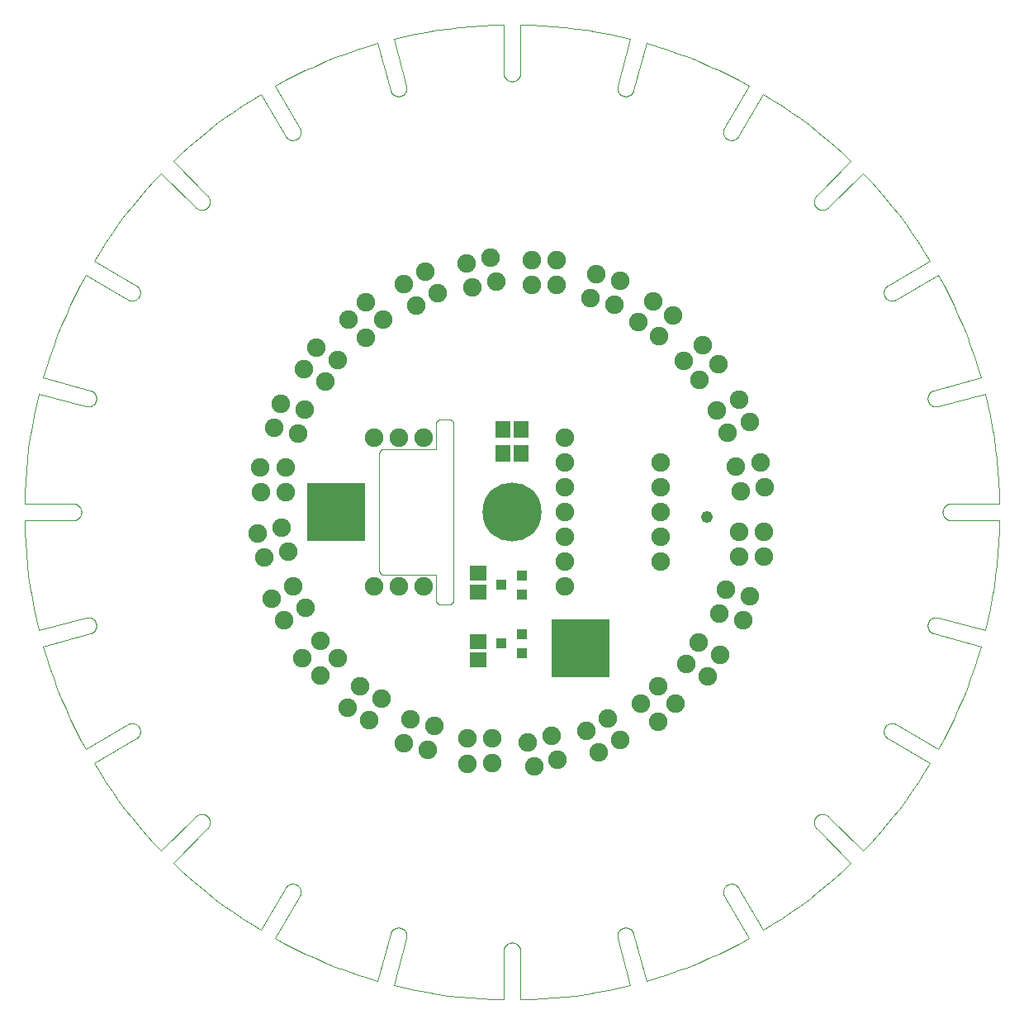
<source format=gts>
G04 EAGLE Gerber RS-274X export*
G75*
%MOMM*%
%FSLAX34Y34*%
%LPD*%
%INMask_Top*%
%IPPOS*%
%AMOC8*
5,1,8,0,0,1.08239X$1,22.5*%
G01*
%ADD10C,0.000000*%
%ADD11C,1.903200*%
%ADD12C,6.045200*%
%ADD13R,6.045200X6.045200*%
%ADD14R,1.503200X1.703200*%
%ADD15R,1.103200X1.003200*%
%ADD16R,1.703200X1.503200*%
%ADD17C,1.209600*%


D10*
X14835Y621108D02*
X12201Y610027D01*
X9820Y598889D01*
X7693Y587700D01*
X5821Y576465D01*
X4206Y565191D01*
X2848Y553882D01*
X1748Y542546D01*
X906Y531187D01*
X324Y519813D01*
X0Y508428D01*
X49928Y508428D01*
X50135Y508425D01*
X50342Y508418D01*
X50548Y508405D01*
X50755Y508388D01*
X50960Y508365D01*
X51166Y508337D01*
X51370Y508305D01*
X51574Y508267D01*
X51776Y508225D01*
X51978Y508177D01*
X52178Y508125D01*
X52377Y508068D01*
X52574Y508006D01*
X52770Y507939D01*
X52964Y507867D01*
X53157Y507791D01*
X53347Y507710D01*
X53536Y507624D01*
X53722Y507534D01*
X53906Y507440D01*
X54088Y507340D01*
X54267Y507237D01*
X54444Y507129D01*
X54618Y507017D01*
X54789Y506901D01*
X54958Y506780D01*
X55123Y506656D01*
X55285Y506527D01*
X55444Y506395D01*
X55600Y506259D01*
X55753Y506119D01*
X55902Y505975D01*
X56047Y505828D01*
X56189Y505677D01*
X56327Y505523D01*
X56462Y505365D01*
X56592Y505205D01*
X56718Y505041D01*
X56841Y504874D01*
X56959Y504704D01*
X57074Y504531D01*
X57184Y504356D01*
X57289Y504178D01*
X57391Y503997D01*
X57487Y503815D01*
X57580Y503629D01*
X57668Y503442D01*
X57751Y503252D01*
X57830Y503061D01*
X57904Y502868D01*
X57973Y502672D01*
X58037Y502476D01*
X58097Y502278D01*
X58152Y502078D01*
X58202Y501877D01*
X58247Y501675D01*
X58287Y501472D01*
X58322Y501268D01*
X58352Y501063D01*
X58377Y500858D01*
X58397Y500652D01*
X58412Y500445D01*
X58422Y500238D01*
X58427Y500031D01*
X58427Y499825D01*
X58422Y499618D01*
X58412Y499411D01*
X58397Y499204D01*
X58377Y498998D01*
X58352Y498793D01*
X58322Y498588D01*
X58287Y498384D01*
X58247Y498181D01*
X58202Y497979D01*
X58152Y497778D01*
X58097Y497578D01*
X58037Y497380D01*
X57973Y497184D01*
X57904Y496988D01*
X57830Y496795D01*
X57751Y496604D01*
X57668Y496414D01*
X57580Y496227D01*
X57487Y496041D01*
X57391Y495859D01*
X57289Y495678D01*
X57184Y495500D01*
X57074Y495325D01*
X56959Y495152D01*
X56841Y494982D01*
X56718Y494815D01*
X56592Y494651D01*
X56462Y494491D01*
X56327Y494333D01*
X56189Y494179D01*
X56047Y494028D01*
X55902Y493881D01*
X55753Y493737D01*
X55600Y493597D01*
X55444Y493461D01*
X55285Y493329D01*
X55123Y493200D01*
X54958Y493076D01*
X54789Y492955D01*
X54618Y492839D01*
X54444Y492727D01*
X54267Y492619D01*
X54088Y492516D01*
X53906Y492416D01*
X53722Y492322D01*
X53536Y492232D01*
X53347Y492146D01*
X53157Y492065D01*
X52964Y491989D01*
X52770Y491917D01*
X52574Y491850D01*
X52377Y491788D01*
X52178Y491731D01*
X51978Y491679D01*
X51776Y491631D01*
X51574Y491589D01*
X51370Y491551D01*
X51166Y491519D01*
X50960Y491491D01*
X50755Y491468D01*
X50548Y491451D01*
X50342Y491438D01*
X50135Y491431D01*
X49928Y491428D01*
X0Y491428D01*
X-1Y491428D02*
X323Y480043D01*
X905Y468668D01*
X1747Y457309D01*
X2847Y445973D01*
X4205Y434664D01*
X5820Y423390D01*
X7692Y412155D01*
X9819Y400966D01*
X12200Y389828D01*
X14834Y378747D01*
X14835Y378747D02*
X63061Y391670D01*
X63263Y391722D01*
X63467Y391768D01*
X63671Y391810D01*
X63876Y391846D01*
X64083Y391878D01*
X64290Y391904D01*
X64497Y391926D01*
X64705Y391942D01*
X64913Y391953D01*
X65122Y391959D01*
X65331Y391960D01*
X65539Y391955D01*
X65748Y391946D01*
X65956Y391932D01*
X66163Y391912D01*
X66370Y391887D01*
X66577Y391858D01*
X66783Y391823D01*
X66987Y391783D01*
X67191Y391738D01*
X67394Y391688D01*
X67595Y391633D01*
X67795Y391574D01*
X67993Y391509D01*
X68190Y391439D01*
X68385Y391365D01*
X68578Y391286D01*
X68769Y391202D01*
X68958Y391114D01*
X69145Y391021D01*
X69329Y390923D01*
X69511Y390821D01*
X69690Y390715D01*
X69867Y390604D01*
X70041Y390489D01*
X70212Y390369D01*
X70380Y390246D01*
X70545Y390118D01*
X70707Y389986D01*
X70865Y389851D01*
X71021Y389711D01*
X71172Y389568D01*
X71320Y389421D01*
X71465Y389271D01*
X71606Y389117D01*
X71742Y388959D01*
X71875Y388798D01*
X72005Y388634D01*
X72129Y388467D01*
X72250Y388297D01*
X72367Y388124D01*
X72479Y387949D01*
X72587Y387770D01*
X72691Y387589D01*
X72790Y387405D01*
X72884Y387219D01*
X72974Y387031D01*
X73060Y386841D01*
X73140Y386648D01*
X73216Y386454D01*
X73287Y386258D01*
X73354Y386060D01*
X73415Y385861D01*
X73471Y385660D01*
X73523Y385458D01*
X73569Y385254D01*
X73611Y385050D01*
X73647Y384845D01*
X73679Y384638D01*
X73705Y384431D01*
X73727Y384224D01*
X73743Y384016D01*
X73754Y383808D01*
X73760Y383599D01*
X73761Y383390D01*
X73756Y383182D01*
X73747Y382973D01*
X73733Y382765D01*
X73713Y382558D01*
X73688Y382351D01*
X73659Y382144D01*
X73624Y381938D01*
X73584Y381734D01*
X73539Y381530D01*
X73489Y381327D01*
X73434Y381126D01*
X73375Y380926D01*
X73310Y380728D01*
X73240Y380531D01*
X73166Y380336D01*
X73087Y380143D01*
X73003Y379952D01*
X72915Y379763D01*
X72822Y379576D01*
X72724Y379392D01*
X72622Y379210D01*
X72516Y379031D01*
X72405Y378854D01*
X72290Y378680D01*
X72170Y378509D01*
X72047Y378341D01*
X71919Y378176D01*
X71787Y378014D01*
X71652Y377856D01*
X71512Y377700D01*
X71369Y377549D01*
X71222Y377401D01*
X71072Y377256D01*
X70918Y377115D01*
X70760Y376979D01*
X70599Y376846D01*
X70435Y376716D01*
X70268Y376592D01*
X70098Y376471D01*
X69925Y376354D01*
X69750Y376242D01*
X69571Y376134D01*
X69390Y376030D01*
X69206Y375931D01*
X69020Y375837D01*
X68832Y375747D01*
X68642Y375661D01*
X68449Y375581D01*
X68255Y375505D01*
X68059Y375434D01*
X67861Y375367D01*
X67662Y375306D01*
X67461Y375250D01*
X67461Y375249D02*
X19235Y362327D01*
X22494Y351414D01*
X26000Y340577D01*
X29753Y329824D01*
X33750Y319158D01*
X37988Y308586D01*
X42466Y298114D01*
X47182Y287746D01*
X52132Y277489D01*
X57315Y267347D01*
X62728Y257325D01*
X105966Y282289D01*
X106146Y282390D01*
X106329Y282487D01*
X106515Y282580D01*
X106702Y282668D01*
X106892Y282751D01*
X107083Y282830D01*
X107276Y282903D01*
X107471Y282973D01*
X107668Y283037D01*
X107866Y283097D01*
X108066Y283152D01*
X108267Y283202D01*
X108469Y283247D01*
X108672Y283287D01*
X108876Y283322D01*
X109081Y283352D01*
X109286Y283377D01*
X109492Y283397D01*
X109699Y283412D01*
X109905Y283422D01*
X110112Y283427D01*
X110319Y283427D01*
X110526Y283422D01*
X110733Y283412D01*
X110940Y283397D01*
X111146Y283377D01*
X111351Y283352D01*
X111556Y283322D01*
X111760Y283287D01*
X111963Y283247D01*
X112165Y283202D01*
X112366Y283152D01*
X112565Y283097D01*
X112764Y283037D01*
X112960Y282973D01*
X113155Y282904D01*
X113349Y282830D01*
X113540Y282751D01*
X113730Y282668D01*
X113917Y282580D01*
X114102Y282487D01*
X114285Y282391D01*
X114466Y282289D01*
X114644Y282184D01*
X114819Y282074D01*
X114992Y281959D01*
X115162Y281841D01*
X115329Y281719D01*
X115492Y281592D01*
X115653Y281462D01*
X115811Y281327D01*
X115965Y281189D01*
X116116Y281047D01*
X116263Y280902D01*
X116406Y280753D01*
X116546Y280600D01*
X116683Y280444D01*
X116815Y280285D01*
X116944Y280123D01*
X117068Y279958D01*
X117189Y279789D01*
X117305Y279618D01*
X117417Y279444D01*
X117525Y279267D01*
X117628Y279088D01*
X117727Y278906D01*
X117822Y278722D01*
X117912Y278536D01*
X117998Y278347D01*
X118079Y278157D01*
X118155Y277965D01*
X118227Y277770D01*
X118294Y277574D01*
X118356Y277377D01*
X118413Y277178D01*
X118465Y276978D01*
X118513Y276776D01*
X118555Y276574D01*
X118593Y276370D01*
X118625Y276166D01*
X118653Y275961D01*
X118676Y275755D01*
X118693Y275549D01*
X118706Y275342D01*
X118713Y275135D01*
X118716Y274928D01*
X118713Y274721D01*
X118706Y274514D01*
X118693Y274308D01*
X118676Y274101D01*
X118653Y273896D01*
X118625Y273690D01*
X118593Y273486D01*
X118555Y273283D01*
X118513Y273080D01*
X118465Y272878D01*
X118413Y272678D01*
X118356Y272479D01*
X118294Y272282D01*
X118227Y272086D01*
X118155Y271892D01*
X118079Y271699D01*
X117998Y271509D01*
X117912Y271320D01*
X117822Y271134D01*
X117728Y270950D01*
X117628Y270768D01*
X117525Y270589D01*
X117417Y270412D01*
X117305Y270238D01*
X117189Y270067D01*
X117068Y269898D01*
X116944Y269733D01*
X116815Y269571D01*
X116683Y269412D01*
X116547Y269256D01*
X116407Y269103D01*
X116263Y268954D01*
X116116Y268809D01*
X115965Y268667D01*
X115811Y268529D01*
X115653Y268395D01*
X115493Y268264D01*
X115329Y268138D01*
X115162Y268015D01*
X114992Y267897D01*
X114819Y267782D01*
X114644Y267673D01*
X114466Y267567D01*
X71228Y242603D01*
X77200Y232905D01*
X83392Y223345D01*
X89800Y213929D01*
X96421Y204661D01*
X103251Y195547D01*
X110287Y186590D01*
X117525Y177796D01*
X124962Y169170D01*
X132593Y160715D01*
X140415Y152436D01*
X175719Y187740D01*
X175720Y187740D02*
X175869Y187886D01*
X176022Y188028D01*
X176178Y188166D01*
X176338Y188301D01*
X176501Y188431D01*
X176667Y188557D01*
X176836Y188679D01*
X177008Y188797D01*
X177183Y188911D01*
X177360Y189021D01*
X177540Y189126D01*
X177723Y189226D01*
X177908Y189322D01*
X178096Y189414D01*
X178285Y189501D01*
X178477Y189583D01*
X178671Y189660D01*
X178866Y189733D01*
X179064Y189801D01*
X179263Y189864D01*
X179463Y189922D01*
X179665Y189975D01*
X179868Y190023D01*
X180072Y190067D01*
X180277Y190105D01*
X180483Y190138D01*
X180690Y190166D01*
X180897Y190189D01*
X181105Y190207D01*
X181313Y190220D01*
X181521Y190227D01*
X181730Y190230D01*
X181939Y190227D01*
X182147Y190220D01*
X182355Y190207D01*
X182563Y190189D01*
X182770Y190166D01*
X182977Y190138D01*
X183183Y190105D01*
X183388Y190067D01*
X183592Y190023D01*
X183795Y189975D01*
X183997Y189922D01*
X184197Y189864D01*
X184396Y189801D01*
X184594Y189733D01*
X184789Y189660D01*
X184983Y189583D01*
X185175Y189501D01*
X185364Y189414D01*
X185552Y189322D01*
X185737Y189226D01*
X185920Y189126D01*
X186100Y189021D01*
X186277Y188911D01*
X186452Y188797D01*
X186624Y188679D01*
X186793Y188557D01*
X186959Y188431D01*
X187122Y188301D01*
X187282Y188166D01*
X187438Y188028D01*
X187591Y187886D01*
X187740Y187740D01*
X187886Y187591D01*
X188028Y187438D01*
X188166Y187282D01*
X188301Y187122D01*
X188431Y186959D01*
X188557Y186793D01*
X188679Y186624D01*
X188797Y186452D01*
X188911Y186277D01*
X189021Y186100D01*
X189126Y185920D01*
X189226Y185737D01*
X189322Y185552D01*
X189414Y185364D01*
X189501Y185175D01*
X189583Y184983D01*
X189660Y184789D01*
X189733Y184594D01*
X189801Y184396D01*
X189864Y184197D01*
X189922Y183997D01*
X189975Y183795D01*
X190023Y183592D01*
X190067Y183388D01*
X190105Y183183D01*
X190138Y182977D01*
X190166Y182770D01*
X190189Y182563D01*
X190207Y182355D01*
X190220Y182147D01*
X190227Y181939D01*
X190230Y181730D01*
X190227Y181521D01*
X190220Y181313D01*
X190207Y181105D01*
X190189Y180897D01*
X190166Y180690D01*
X190138Y180483D01*
X190105Y180277D01*
X190067Y180072D01*
X190023Y179868D01*
X189975Y179665D01*
X189922Y179463D01*
X189864Y179263D01*
X189801Y179064D01*
X189733Y178866D01*
X189660Y178671D01*
X189583Y178477D01*
X189501Y178285D01*
X189414Y178096D01*
X189322Y177908D01*
X189226Y177723D01*
X189126Y177540D01*
X189021Y177360D01*
X188911Y177183D01*
X188797Y177008D01*
X188679Y176836D01*
X188557Y176667D01*
X188431Y176501D01*
X188301Y176338D01*
X188166Y176178D01*
X188028Y176022D01*
X187886Y175869D01*
X187740Y175720D01*
X187740Y175719D02*
X152436Y140415D01*
X160715Y132593D01*
X169170Y124962D01*
X177796Y117525D01*
X186590Y110287D01*
X195547Y103251D01*
X204661Y96421D01*
X213929Y89800D01*
X223345Y83392D01*
X232905Y77200D01*
X242603Y71228D01*
X267567Y114466D01*
X267673Y114644D01*
X267782Y114819D01*
X267897Y114992D01*
X268015Y115162D01*
X268138Y115329D01*
X268264Y115493D01*
X268395Y115653D01*
X268529Y115811D01*
X268667Y115965D01*
X268809Y116116D01*
X268954Y116263D01*
X269103Y116407D01*
X269256Y116547D01*
X269412Y116683D01*
X269571Y116815D01*
X269733Y116944D01*
X269898Y117068D01*
X270067Y117189D01*
X270238Y117305D01*
X270412Y117417D01*
X270589Y117525D01*
X270768Y117628D01*
X270950Y117728D01*
X271134Y117822D01*
X271320Y117912D01*
X271509Y117998D01*
X271699Y118079D01*
X271892Y118155D01*
X272086Y118227D01*
X272282Y118294D01*
X272479Y118356D01*
X272678Y118413D01*
X272878Y118465D01*
X273080Y118513D01*
X273283Y118555D01*
X273486Y118593D01*
X273690Y118625D01*
X273896Y118653D01*
X274101Y118676D01*
X274308Y118693D01*
X274514Y118706D01*
X274721Y118713D01*
X274928Y118716D01*
X275135Y118713D01*
X275342Y118706D01*
X275549Y118693D01*
X275755Y118676D01*
X275961Y118653D01*
X276166Y118625D01*
X276370Y118593D01*
X276574Y118555D01*
X276776Y118513D01*
X276978Y118465D01*
X277178Y118413D01*
X277377Y118356D01*
X277574Y118294D01*
X277770Y118227D01*
X277965Y118155D01*
X278157Y118079D01*
X278347Y117998D01*
X278536Y117912D01*
X278722Y117822D01*
X278906Y117727D01*
X279088Y117628D01*
X279267Y117525D01*
X279444Y117417D01*
X279618Y117305D01*
X279789Y117189D01*
X279958Y117068D01*
X280123Y116944D01*
X280285Y116815D01*
X280444Y116683D01*
X280600Y116546D01*
X280753Y116406D01*
X280902Y116263D01*
X281047Y116116D01*
X281189Y115965D01*
X281327Y115811D01*
X281462Y115653D01*
X281592Y115492D01*
X281719Y115329D01*
X281841Y115162D01*
X281959Y114992D01*
X282074Y114819D01*
X282184Y114644D01*
X282289Y114466D01*
X282391Y114285D01*
X282487Y114102D01*
X282580Y113917D01*
X282668Y113730D01*
X282751Y113540D01*
X282830Y113349D01*
X282904Y113155D01*
X282973Y112960D01*
X283037Y112764D01*
X283097Y112565D01*
X283152Y112366D01*
X283202Y112165D01*
X283247Y111963D01*
X283287Y111760D01*
X283322Y111556D01*
X283352Y111351D01*
X283377Y111146D01*
X283397Y110940D01*
X283412Y110733D01*
X283422Y110526D01*
X283427Y110319D01*
X283427Y110112D01*
X283422Y109905D01*
X283412Y109699D01*
X283397Y109492D01*
X283377Y109286D01*
X283352Y109081D01*
X283322Y108876D01*
X283287Y108672D01*
X283247Y108469D01*
X283202Y108267D01*
X283152Y108066D01*
X283097Y107866D01*
X283037Y107668D01*
X282973Y107471D01*
X282903Y107276D01*
X282830Y107083D01*
X282751Y106892D01*
X282668Y106702D01*
X282580Y106515D01*
X282487Y106329D01*
X282390Y106146D01*
X282289Y105966D01*
X257325Y62728D01*
X267347Y57315D01*
X277489Y52132D01*
X287746Y47182D01*
X298114Y42466D01*
X308586Y37988D01*
X319158Y33750D01*
X329824Y29753D01*
X340577Y26000D01*
X351414Y22494D01*
X362327Y19235D01*
X375249Y67461D01*
X375250Y67461D02*
X375306Y67662D01*
X375367Y67861D01*
X375434Y68059D01*
X375505Y68255D01*
X375581Y68449D01*
X375661Y68642D01*
X375747Y68832D01*
X375837Y69020D01*
X375931Y69206D01*
X376030Y69390D01*
X376134Y69571D01*
X376242Y69750D01*
X376354Y69925D01*
X376471Y70098D01*
X376592Y70268D01*
X376716Y70435D01*
X376846Y70599D01*
X376979Y70760D01*
X377115Y70918D01*
X377256Y71072D01*
X377401Y71222D01*
X377549Y71369D01*
X377700Y71512D01*
X377856Y71652D01*
X378014Y71787D01*
X378176Y71919D01*
X378341Y72047D01*
X378509Y72170D01*
X378680Y72290D01*
X378854Y72405D01*
X379031Y72516D01*
X379210Y72622D01*
X379392Y72724D01*
X379576Y72822D01*
X379763Y72915D01*
X379952Y73003D01*
X380143Y73087D01*
X380336Y73166D01*
X380531Y73240D01*
X380728Y73310D01*
X380926Y73375D01*
X381126Y73434D01*
X381327Y73489D01*
X381530Y73539D01*
X381734Y73584D01*
X381938Y73624D01*
X382144Y73659D01*
X382351Y73688D01*
X382558Y73713D01*
X382765Y73733D01*
X382973Y73747D01*
X383182Y73756D01*
X383390Y73761D01*
X383599Y73760D01*
X383808Y73754D01*
X384016Y73743D01*
X384224Y73727D01*
X384431Y73705D01*
X384638Y73679D01*
X384845Y73647D01*
X385050Y73611D01*
X385254Y73569D01*
X385458Y73523D01*
X385660Y73471D01*
X385861Y73415D01*
X386060Y73354D01*
X386258Y73287D01*
X386454Y73216D01*
X386648Y73140D01*
X386841Y73060D01*
X387031Y72974D01*
X387219Y72884D01*
X387405Y72790D01*
X387589Y72691D01*
X387770Y72587D01*
X387949Y72479D01*
X388124Y72367D01*
X388297Y72250D01*
X388467Y72129D01*
X388634Y72005D01*
X388798Y71875D01*
X388959Y71742D01*
X389117Y71606D01*
X389271Y71465D01*
X389421Y71320D01*
X389568Y71172D01*
X389711Y71021D01*
X389851Y70865D01*
X389986Y70707D01*
X390118Y70545D01*
X390246Y70380D01*
X390369Y70212D01*
X390489Y70041D01*
X390604Y69867D01*
X390715Y69690D01*
X390821Y69511D01*
X390923Y69329D01*
X391021Y69145D01*
X391114Y68958D01*
X391202Y68769D01*
X391286Y68578D01*
X391365Y68385D01*
X391439Y68190D01*
X391509Y67993D01*
X391574Y67795D01*
X391633Y67595D01*
X391688Y67394D01*
X391738Y67191D01*
X391783Y66987D01*
X391823Y66783D01*
X391858Y66577D01*
X391887Y66370D01*
X391912Y66163D01*
X391932Y65956D01*
X391946Y65748D01*
X391955Y65539D01*
X391960Y65331D01*
X391959Y65122D01*
X391953Y64913D01*
X391942Y64705D01*
X391926Y64497D01*
X391904Y64290D01*
X391878Y64083D01*
X391846Y63876D01*
X391810Y63671D01*
X391768Y63467D01*
X391722Y63263D01*
X391670Y63061D01*
X378747Y14835D01*
X378747Y14834D02*
X389828Y12200D01*
X400966Y9819D01*
X412155Y7692D01*
X423390Y5820D01*
X434664Y4205D01*
X445973Y2847D01*
X457309Y1747D01*
X468668Y905D01*
X480043Y323D01*
X491428Y-1D01*
X491428Y0D02*
X491428Y49928D01*
X491431Y50135D01*
X491438Y50342D01*
X491451Y50548D01*
X491468Y50755D01*
X491491Y50960D01*
X491519Y51166D01*
X491551Y51370D01*
X491589Y51574D01*
X491631Y51776D01*
X491679Y51978D01*
X491731Y52178D01*
X491788Y52377D01*
X491850Y52574D01*
X491917Y52770D01*
X491989Y52964D01*
X492065Y53157D01*
X492146Y53347D01*
X492232Y53536D01*
X492322Y53722D01*
X492416Y53906D01*
X492516Y54088D01*
X492619Y54267D01*
X492727Y54444D01*
X492839Y54618D01*
X492955Y54789D01*
X493076Y54958D01*
X493200Y55123D01*
X493329Y55285D01*
X493461Y55444D01*
X493597Y55600D01*
X493737Y55753D01*
X493881Y55902D01*
X494028Y56047D01*
X494179Y56189D01*
X494333Y56327D01*
X494491Y56462D01*
X494651Y56592D01*
X494815Y56718D01*
X494982Y56841D01*
X495152Y56959D01*
X495325Y57074D01*
X495500Y57184D01*
X495678Y57289D01*
X495859Y57391D01*
X496041Y57487D01*
X496227Y57580D01*
X496414Y57668D01*
X496604Y57751D01*
X496795Y57830D01*
X496988Y57904D01*
X497184Y57973D01*
X497380Y58037D01*
X497578Y58097D01*
X497778Y58152D01*
X497979Y58202D01*
X498181Y58247D01*
X498384Y58287D01*
X498588Y58322D01*
X498793Y58352D01*
X498998Y58377D01*
X499204Y58397D01*
X499411Y58412D01*
X499618Y58422D01*
X499825Y58427D01*
X500031Y58427D01*
X500238Y58422D01*
X500445Y58412D01*
X500652Y58397D01*
X500858Y58377D01*
X501063Y58352D01*
X501268Y58322D01*
X501472Y58287D01*
X501675Y58247D01*
X501877Y58202D01*
X502078Y58152D01*
X502278Y58097D01*
X502476Y58037D01*
X502672Y57973D01*
X502868Y57904D01*
X503061Y57830D01*
X503252Y57751D01*
X503442Y57668D01*
X503629Y57580D01*
X503815Y57487D01*
X503997Y57391D01*
X504178Y57289D01*
X504356Y57184D01*
X504531Y57074D01*
X504704Y56959D01*
X504874Y56841D01*
X505041Y56718D01*
X505205Y56592D01*
X505365Y56462D01*
X505523Y56327D01*
X505677Y56189D01*
X505828Y56047D01*
X505975Y55902D01*
X506119Y55753D01*
X506259Y55600D01*
X506395Y55444D01*
X506527Y55285D01*
X506656Y55123D01*
X506780Y54958D01*
X506901Y54789D01*
X507017Y54618D01*
X507129Y54444D01*
X507237Y54267D01*
X507340Y54088D01*
X507440Y53906D01*
X507534Y53722D01*
X507624Y53536D01*
X507710Y53347D01*
X507791Y53157D01*
X507867Y52964D01*
X507939Y52770D01*
X508006Y52574D01*
X508068Y52377D01*
X508125Y52178D01*
X508177Y51978D01*
X508225Y51776D01*
X508267Y51574D01*
X508305Y51370D01*
X508337Y51166D01*
X508365Y50960D01*
X508388Y50755D01*
X508405Y50548D01*
X508418Y50342D01*
X508425Y50135D01*
X508428Y49928D01*
X508428Y0D01*
X519813Y324D01*
X531187Y906D01*
X542546Y1748D01*
X553882Y2848D01*
X565191Y4206D01*
X576465Y5821D01*
X587700Y7693D01*
X598889Y9820D01*
X610027Y12201D01*
X621108Y14835D01*
X608186Y63061D01*
X608187Y63061D02*
X608135Y63262D01*
X608089Y63463D01*
X608048Y63666D01*
X608012Y63870D01*
X607980Y64075D01*
X607954Y64280D01*
X607932Y64486D01*
X607916Y64692D01*
X607905Y64899D01*
X607898Y65106D01*
X607897Y65313D01*
X607901Y65520D01*
X607910Y65727D01*
X607924Y65933D01*
X607942Y66139D01*
X607966Y66345D01*
X607995Y66550D01*
X608029Y66754D01*
X608068Y66957D01*
X608112Y67160D01*
X608160Y67361D01*
X608214Y67561D01*
X608272Y67759D01*
X608336Y67956D01*
X608404Y68152D01*
X608476Y68346D01*
X608554Y68538D01*
X608636Y68728D01*
X608723Y68916D01*
X608814Y69101D01*
X608910Y69285D01*
X609010Y69466D01*
X609115Y69645D01*
X609224Y69821D01*
X609337Y69994D01*
X609454Y70165D01*
X609576Y70332D01*
X609701Y70497D01*
X609831Y70658D01*
X609964Y70817D01*
X610101Y70972D01*
X610242Y71123D01*
X610387Y71271D01*
X610535Y71416D01*
X610686Y71557D01*
X610841Y71694D01*
X611000Y71827D01*
X611161Y71957D01*
X611326Y72082D01*
X611493Y72204D01*
X611664Y72321D01*
X611837Y72434D01*
X612013Y72543D01*
X612192Y72648D01*
X612373Y72748D01*
X612557Y72844D01*
X612742Y72935D01*
X612930Y73022D01*
X613120Y73104D01*
X613312Y73182D01*
X613506Y73254D01*
X613702Y73322D01*
X613899Y73386D01*
X614097Y73444D01*
X614297Y73498D01*
X614498Y73546D01*
X614701Y73590D01*
X614904Y73629D01*
X615108Y73663D01*
X615313Y73692D01*
X615519Y73716D01*
X615725Y73734D01*
X615931Y73748D01*
X616138Y73757D01*
X616345Y73761D01*
X616552Y73760D01*
X616759Y73753D01*
X616966Y73742D01*
X617172Y73726D01*
X617378Y73704D01*
X617583Y73678D01*
X617788Y73646D01*
X617992Y73610D01*
X618195Y73569D01*
X618396Y73523D01*
X618597Y73471D01*
X618796Y73415D01*
X618994Y73355D01*
X619190Y73289D01*
X619385Y73218D01*
X619578Y73143D01*
X619769Y73064D01*
X619958Y72979D01*
X620145Y72890D01*
X620330Y72797D01*
X620512Y72699D01*
X620692Y72596D01*
X620869Y72489D01*
X621044Y72378D01*
X621216Y72263D01*
X621385Y72144D01*
X621551Y72020D01*
X621714Y71893D01*
X621874Y71761D01*
X622031Y71626D01*
X622184Y71487D01*
X622334Y71344D01*
X622480Y71198D01*
X622623Y71048D01*
X622762Y70895D01*
X622897Y70738D01*
X623029Y70578D01*
X623156Y70415D01*
X623280Y70249D01*
X623399Y70080D01*
X623514Y69908D01*
X623625Y69733D01*
X623732Y69556D01*
X623835Y69376D01*
X623933Y69194D01*
X624026Y69009D01*
X624115Y68822D01*
X624200Y68633D01*
X624279Y68442D01*
X624354Y68249D01*
X624425Y68054D01*
X624491Y67858D01*
X624551Y67660D01*
X624607Y67461D01*
X637529Y19235D01*
X648443Y22494D01*
X659279Y26001D01*
X670033Y29753D01*
X680698Y33750D01*
X691270Y37988D01*
X701742Y42467D01*
X712109Y47182D01*
X722367Y52133D01*
X732509Y57315D01*
X742530Y62728D01*
X717567Y105966D01*
X717466Y106146D01*
X717369Y106329D01*
X717276Y106515D01*
X717188Y106702D01*
X717105Y106892D01*
X717026Y107083D01*
X716953Y107276D01*
X716883Y107471D01*
X716819Y107668D01*
X716759Y107866D01*
X716704Y108066D01*
X716654Y108267D01*
X716609Y108469D01*
X716569Y108672D01*
X716534Y108876D01*
X716504Y109081D01*
X716479Y109286D01*
X716459Y109492D01*
X716444Y109699D01*
X716434Y109905D01*
X716429Y110112D01*
X716429Y110319D01*
X716434Y110526D01*
X716444Y110733D01*
X716459Y110940D01*
X716479Y111146D01*
X716504Y111351D01*
X716534Y111556D01*
X716569Y111760D01*
X716609Y111963D01*
X716654Y112165D01*
X716704Y112366D01*
X716759Y112565D01*
X716819Y112764D01*
X716883Y112960D01*
X716952Y113155D01*
X717026Y113349D01*
X717105Y113540D01*
X717188Y113730D01*
X717276Y113917D01*
X717369Y114102D01*
X717465Y114285D01*
X717567Y114466D01*
X717672Y114644D01*
X717782Y114819D01*
X717897Y114992D01*
X718015Y115162D01*
X718137Y115329D01*
X718264Y115492D01*
X718394Y115653D01*
X718529Y115811D01*
X718667Y115965D01*
X718809Y116116D01*
X718954Y116263D01*
X719103Y116406D01*
X719256Y116546D01*
X719412Y116683D01*
X719571Y116815D01*
X719733Y116944D01*
X719898Y117068D01*
X720067Y117189D01*
X720238Y117305D01*
X720412Y117417D01*
X720589Y117525D01*
X720768Y117628D01*
X720950Y117727D01*
X721134Y117822D01*
X721320Y117912D01*
X721509Y117998D01*
X721699Y118079D01*
X721891Y118155D01*
X722086Y118227D01*
X722282Y118294D01*
X722479Y118356D01*
X722678Y118413D01*
X722878Y118465D01*
X723080Y118513D01*
X723282Y118555D01*
X723486Y118593D01*
X723690Y118625D01*
X723895Y118653D01*
X724101Y118676D01*
X724307Y118693D01*
X724514Y118706D01*
X724721Y118713D01*
X724928Y118716D01*
X725135Y118713D01*
X725342Y118706D01*
X725548Y118693D01*
X725755Y118676D01*
X725960Y118653D01*
X726166Y118625D01*
X726370Y118593D01*
X726573Y118555D01*
X726776Y118513D01*
X726978Y118465D01*
X727178Y118413D01*
X727377Y118356D01*
X727574Y118294D01*
X727770Y118227D01*
X727964Y118155D01*
X728157Y118079D01*
X728347Y117998D01*
X728536Y117912D01*
X728722Y117822D01*
X728906Y117728D01*
X729088Y117628D01*
X729267Y117525D01*
X729444Y117417D01*
X729618Y117305D01*
X729789Y117189D01*
X729958Y117068D01*
X730123Y116944D01*
X730285Y116815D01*
X730444Y116683D01*
X730600Y116547D01*
X730753Y116407D01*
X730902Y116263D01*
X731047Y116116D01*
X731189Y115965D01*
X731327Y115811D01*
X731461Y115653D01*
X731592Y115493D01*
X731718Y115329D01*
X731841Y115162D01*
X731959Y114992D01*
X732074Y114819D01*
X732183Y114644D01*
X732289Y114466D01*
X757253Y71228D01*
X766951Y77200D01*
X776511Y83392D01*
X785927Y89800D01*
X795195Y96421D01*
X804309Y103251D01*
X813266Y110287D01*
X822060Y117525D01*
X830686Y124962D01*
X839141Y132593D01*
X847420Y140415D01*
X812115Y175719D01*
X812116Y175720D02*
X811971Y175868D01*
X811830Y176019D01*
X811693Y176174D01*
X811560Y176333D01*
X811430Y176494D01*
X811305Y176659D01*
X811183Y176826D01*
X811066Y176997D01*
X810953Y177170D01*
X810844Y177346D01*
X810739Y177525D01*
X810639Y177706D01*
X810543Y177890D01*
X810452Y178075D01*
X810365Y178263D01*
X810283Y178453D01*
X810205Y178645D01*
X810133Y178839D01*
X810065Y179035D01*
X810001Y179232D01*
X809943Y179430D01*
X809889Y179630D01*
X809841Y179831D01*
X809797Y180034D01*
X809758Y180237D01*
X809724Y180441D01*
X809695Y180646D01*
X809671Y180852D01*
X809653Y181058D01*
X809639Y181264D01*
X809630Y181471D01*
X809626Y181678D01*
X809627Y181885D01*
X809634Y182092D01*
X809645Y182299D01*
X809661Y182505D01*
X809683Y182711D01*
X809709Y182916D01*
X809741Y183121D01*
X809777Y183325D01*
X809818Y183528D01*
X809864Y183729D01*
X809916Y183930D01*
X809972Y184129D01*
X810032Y184327D01*
X810098Y184523D01*
X810169Y184718D01*
X810244Y184911D01*
X810323Y185102D01*
X810408Y185291D01*
X810497Y185478D01*
X810590Y185663D01*
X810688Y185845D01*
X810791Y186025D01*
X810898Y186202D01*
X811009Y186377D01*
X811124Y186549D01*
X811243Y186718D01*
X811367Y186884D01*
X811494Y187047D01*
X811626Y187207D01*
X811761Y187364D01*
X811900Y187517D01*
X812043Y187667D01*
X812189Y187813D01*
X812339Y187956D01*
X812492Y188095D01*
X812649Y188230D01*
X812809Y188362D01*
X812972Y188489D01*
X813138Y188613D01*
X813307Y188732D01*
X813479Y188847D01*
X813654Y188958D01*
X813831Y189065D01*
X814011Y189168D01*
X814193Y189266D01*
X814378Y189359D01*
X814565Y189448D01*
X814754Y189533D01*
X814945Y189612D01*
X815138Y189687D01*
X815333Y189758D01*
X815529Y189824D01*
X815727Y189884D01*
X815926Y189940D01*
X816127Y189992D01*
X816328Y190038D01*
X816531Y190079D01*
X816735Y190115D01*
X816940Y190147D01*
X817145Y190173D01*
X817351Y190195D01*
X817557Y190211D01*
X817764Y190222D01*
X817971Y190229D01*
X818178Y190230D01*
X818385Y190226D01*
X818592Y190217D01*
X818798Y190203D01*
X819004Y190185D01*
X819210Y190161D01*
X819415Y190132D01*
X819619Y190098D01*
X819822Y190059D01*
X820025Y190015D01*
X820226Y189967D01*
X820426Y189913D01*
X820624Y189855D01*
X820821Y189791D01*
X821017Y189723D01*
X821211Y189651D01*
X821403Y189573D01*
X821593Y189491D01*
X821781Y189404D01*
X821966Y189313D01*
X822150Y189217D01*
X822331Y189117D01*
X822510Y189012D01*
X822686Y188903D01*
X822859Y188790D01*
X823030Y188673D01*
X823197Y188551D01*
X823362Y188426D01*
X823523Y188296D01*
X823682Y188163D01*
X823837Y188026D01*
X823988Y187885D01*
X824136Y187740D01*
X859440Y152436D01*
X859440Y152437D02*
X867262Y160716D01*
X874893Y169171D01*
X882330Y177798D01*
X889568Y186591D01*
X896604Y195548D01*
X903435Y204662D01*
X910055Y213930D01*
X916464Y223346D01*
X922655Y232905D01*
X928628Y242604D01*
X928628Y242603D02*
X885389Y267567D01*
X885211Y267673D01*
X885036Y267782D01*
X884863Y267897D01*
X884693Y268015D01*
X884526Y268138D01*
X884362Y268264D01*
X884202Y268395D01*
X884044Y268529D01*
X883890Y268667D01*
X883739Y268809D01*
X883592Y268954D01*
X883448Y269103D01*
X883308Y269256D01*
X883172Y269412D01*
X883040Y269571D01*
X882911Y269733D01*
X882787Y269898D01*
X882666Y270067D01*
X882550Y270238D01*
X882438Y270412D01*
X882330Y270589D01*
X882227Y270768D01*
X882127Y270950D01*
X882033Y271134D01*
X881943Y271320D01*
X881857Y271509D01*
X881776Y271699D01*
X881700Y271892D01*
X881628Y272086D01*
X881561Y272282D01*
X881499Y272479D01*
X881442Y272678D01*
X881390Y272878D01*
X881342Y273080D01*
X881300Y273283D01*
X881262Y273486D01*
X881230Y273690D01*
X881202Y273896D01*
X881179Y274101D01*
X881162Y274308D01*
X881149Y274514D01*
X881142Y274721D01*
X881139Y274928D01*
X881142Y275135D01*
X881149Y275342D01*
X881162Y275549D01*
X881179Y275755D01*
X881202Y275961D01*
X881230Y276166D01*
X881262Y276370D01*
X881300Y276574D01*
X881342Y276776D01*
X881390Y276978D01*
X881442Y277178D01*
X881499Y277377D01*
X881561Y277574D01*
X881628Y277770D01*
X881700Y277965D01*
X881776Y278157D01*
X881857Y278347D01*
X881943Y278536D01*
X882033Y278722D01*
X882128Y278906D01*
X882227Y279088D01*
X882330Y279267D01*
X882438Y279444D01*
X882550Y279618D01*
X882666Y279789D01*
X882787Y279958D01*
X882911Y280123D01*
X883040Y280285D01*
X883172Y280444D01*
X883309Y280600D01*
X883449Y280753D01*
X883592Y280902D01*
X883739Y281047D01*
X883890Y281189D01*
X884044Y281327D01*
X884202Y281462D01*
X884363Y281592D01*
X884526Y281719D01*
X884693Y281841D01*
X884863Y281959D01*
X885036Y282074D01*
X885211Y282184D01*
X885389Y282289D01*
X885570Y282391D01*
X885753Y282487D01*
X885938Y282580D01*
X886125Y282668D01*
X886315Y282751D01*
X886506Y282830D01*
X886700Y282904D01*
X886895Y282973D01*
X887091Y283037D01*
X887290Y283097D01*
X887489Y283152D01*
X887690Y283202D01*
X887892Y283247D01*
X888095Y283287D01*
X888299Y283322D01*
X888504Y283352D01*
X888709Y283377D01*
X888915Y283397D01*
X889122Y283412D01*
X889329Y283422D01*
X889536Y283427D01*
X889743Y283427D01*
X889950Y283422D01*
X890156Y283412D01*
X890363Y283397D01*
X890569Y283377D01*
X890774Y283352D01*
X890979Y283322D01*
X891183Y283287D01*
X891386Y283247D01*
X891588Y283202D01*
X891789Y283152D01*
X891989Y283097D01*
X892187Y283037D01*
X892384Y282973D01*
X892579Y282903D01*
X892772Y282830D01*
X892963Y282751D01*
X893153Y282668D01*
X893340Y282580D01*
X893526Y282487D01*
X893709Y282390D01*
X893889Y282289D01*
X937128Y257325D01*
X942541Y267347D01*
X947724Y277489D01*
X952674Y287746D01*
X957390Y298114D01*
X961868Y308586D01*
X966106Y319158D01*
X970103Y329824D01*
X973856Y340577D01*
X977362Y351414D01*
X980621Y362327D01*
X932394Y375249D01*
X932394Y375250D02*
X932195Y375306D01*
X931997Y375366D01*
X931801Y375432D01*
X931606Y375503D01*
X931413Y375578D01*
X931222Y375657D01*
X931033Y375742D01*
X930846Y375831D01*
X930661Y375924D01*
X930479Y376022D01*
X930299Y376125D01*
X930122Y376232D01*
X929947Y376343D01*
X929775Y376458D01*
X929606Y376577D01*
X929440Y376701D01*
X929277Y376828D01*
X929117Y376960D01*
X928960Y377095D01*
X928807Y377234D01*
X928657Y377377D01*
X928511Y377523D01*
X928368Y377673D01*
X928229Y377826D01*
X928094Y377983D01*
X927962Y378143D01*
X927835Y378306D01*
X927711Y378472D01*
X927592Y378641D01*
X927477Y378813D01*
X927366Y378988D01*
X927259Y379165D01*
X927156Y379345D01*
X927058Y379527D01*
X926965Y379712D01*
X926876Y379899D01*
X926791Y380088D01*
X926712Y380279D01*
X926637Y380472D01*
X926566Y380667D01*
X926500Y380863D01*
X926440Y381061D01*
X926384Y381260D01*
X926332Y381461D01*
X926286Y381662D01*
X926245Y381865D01*
X926209Y382069D01*
X926177Y382274D01*
X926151Y382479D01*
X926129Y382685D01*
X926113Y382891D01*
X926102Y383098D01*
X926095Y383305D01*
X926094Y383512D01*
X926098Y383719D01*
X926107Y383926D01*
X926121Y384132D01*
X926139Y384338D01*
X926163Y384544D01*
X926192Y384749D01*
X926226Y384953D01*
X926265Y385156D01*
X926309Y385359D01*
X926357Y385560D01*
X926411Y385760D01*
X926469Y385958D01*
X926533Y386155D01*
X926601Y386351D01*
X926673Y386545D01*
X926751Y386737D01*
X926833Y386927D01*
X926920Y387115D01*
X927011Y387300D01*
X927107Y387484D01*
X927207Y387665D01*
X927312Y387844D01*
X927421Y388020D01*
X927534Y388193D01*
X927651Y388364D01*
X927773Y388531D01*
X927898Y388696D01*
X928028Y388857D01*
X928161Y389016D01*
X928298Y389171D01*
X928439Y389322D01*
X928584Y389470D01*
X928732Y389615D01*
X928883Y389756D01*
X929038Y389893D01*
X929197Y390026D01*
X929358Y390156D01*
X929523Y390281D01*
X929690Y390403D01*
X929861Y390520D01*
X930034Y390633D01*
X930210Y390742D01*
X930389Y390847D01*
X930570Y390947D01*
X930754Y391043D01*
X930939Y391134D01*
X931127Y391221D01*
X931317Y391303D01*
X931509Y391381D01*
X931703Y391453D01*
X931899Y391521D01*
X932096Y391585D01*
X932294Y391643D01*
X932494Y391697D01*
X932695Y391745D01*
X932898Y391789D01*
X933101Y391828D01*
X933305Y391862D01*
X933510Y391891D01*
X933716Y391915D01*
X933922Y391933D01*
X934128Y391947D01*
X934335Y391956D01*
X934542Y391960D01*
X934749Y391959D01*
X934956Y391952D01*
X935163Y391941D01*
X935369Y391925D01*
X935575Y391903D01*
X935780Y391877D01*
X935985Y391845D01*
X936189Y391809D01*
X936392Y391768D01*
X936593Y391722D01*
X936794Y391670D01*
X985021Y378747D01*
X987655Y389828D01*
X990036Y400966D01*
X992163Y412155D01*
X994035Y423390D01*
X995650Y434665D01*
X997008Y445973D01*
X998108Y457310D01*
X998949Y468668D01*
X999532Y480043D01*
X999855Y491428D01*
X949928Y491428D01*
X949721Y491431D01*
X949514Y491438D01*
X949308Y491451D01*
X949101Y491468D01*
X948896Y491491D01*
X948690Y491519D01*
X948486Y491551D01*
X948282Y491589D01*
X948080Y491631D01*
X947878Y491679D01*
X947678Y491731D01*
X947479Y491788D01*
X947282Y491850D01*
X947086Y491917D01*
X946892Y491989D01*
X946699Y492065D01*
X946509Y492146D01*
X946320Y492232D01*
X946134Y492322D01*
X945950Y492416D01*
X945768Y492516D01*
X945589Y492619D01*
X945412Y492727D01*
X945238Y492839D01*
X945067Y492955D01*
X944898Y493076D01*
X944733Y493200D01*
X944571Y493329D01*
X944412Y493461D01*
X944256Y493597D01*
X944103Y493737D01*
X943954Y493881D01*
X943809Y494028D01*
X943667Y494179D01*
X943529Y494333D01*
X943394Y494491D01*
X943264Y494651D01*
X943138Y494815D01*
X943015Y494982D01*
X942897Y495152D01*
X942782Y495325D01*
X942672Y495500D01*
X942567Y495678D01*
X942465Y495859D01*
X942369Y496041D01*
X942276Y496227D01*
X942188Y496414D01*
X942105Y496604D01*
X942026Y496795D01*
X941952Y496988D01*
X941883Y497184D01*
X941819Y497380D01*
X941759Y497578D01*
X941704Y497778D01*
X941654Y497979D01*
X941609Y498181D01*
X941569Y498384D01*
X941534Y498588D01*
X941504Y498793D01*
X941479Y498998D01*
X941459Y499204D01*
X941444Y499411D01*
X941434Y499618D01*
X941429Y499825D01*
X941429Y500031D01*
X941434Y500238D01*
X941444Y500445D01*
X941459Y500652D01*
X941479Y500858D01*
X941504Y501063D01*
X941534Y501268D01*
X941569Y501472D01*
X941609Y501675D01*
X941654Y501877D01*
X941704Y502078D01*
X941759Y502278D01*
X941819Y502476D01*
X941883Y502672D01*
X941952Y502868D01*
X942026Y503061D01*
X942105Y503252D01*
X942188Y503442D01*
X942276Y503629D01*
X942369Y503815D01*
X942465Y503997D01*
X942567Y504178D01*
X942672Y504356D01*
X942782Y504531D01*
X942897Y504704D01*
X943015Y504874D01*
X943138Y505041D01*
X943264Y505205D01*
X943394Y505365D01*
X943529Y505523D01*
X943667Y505677D01*
X943809Y505828D01*
X943954Y505975D01*
X944103Y506119D01*
X944256Y506259D01*
X944412Y506395D01*
X944571Y506527D01*
X944733Y506656D01*
X944898Y506780D01*
X945067Y506901D01*
X945238Y507017D01*
X945412Y507129D01*
X945589Y507237D01*
X945768Y507340D01*
X945950Y507440D01*
X946134Y507534D01*
X946320Y507624D01*
X946509Y507710D01*
X946699Y507791D01*
X946892Y507867D01*
X947086Y507939D01*
X947282Y508006D01*
X947479Y508068D01*
X947678Y508125D01*
X947878Y508177D01*
X948080Y508225D01*
X948282Y508267D01*
X948486Y508305D01*
X948690Y508337D01*
X948896Y508365D01*
X949101Y508388D01*
X949308Y508405D01*
X949514Y508418D01*
X949721Y508425D01*
X949928Y508428D01*
X999855Y508428D01*
X999856Y508428D02*
X999533Y519813D01*
X998950Y531188D01*
X998109Y542547D01*
X997009Y553883D01*
X995651Y565191D01*
X994036Y576466D01*
X992164Y587701D01*
X990037Y598890D01*
X987656Y610028D01*
X985022Y621108D01*
X985021Y621108D02*
X936794Y608186D01*
X936794Y608187D02*
X936593Y608135D01*
X936392Y608089D01*
X936189Y608048D01*
X935985Y608012D01*
X935780Y607980D01*
X935575Y607954D01*
X935369Y607932D01*
X935163Y607916D01*
X934956Y607905D01*
X934749Y607898D01*
X934542Y607897D01*
X934335Y607901D01*
X934128Y607910D01*
X933922Y607924D01*
X933716Y607942D01*
X933510Y607966D01*
X933305Y607995D01*
X933101Y608029D01*
X932898Y608068D01*
X932695Y608112D01*
X932494Y608160D01*
X932294Y608214D01*
X932096Y608272D01*
X931899Y608336D01*
X931703Y608404D01*
X931509Y608476D01*
X931317Y608554D01*
X931127Y608636D01*
X930939Y608723D01*
X930754Y608814D01*
X930570Y608910D01*
X930389Y609010D01*
X930210Y609115D01*
X930034Y609224D01*
X929861Y609337D01*
X929690Y609454D01*
X929523Y609576D01*
X929358Y609701D01*
X929197Y609831D01*
X929038Y609964D01*
X928883Y610101D01*
X928732Y610242D01*
X928584Y610387D01*
X928439Y610535D01*
X928298Y610686D01*
X928161Y610841D01*
X928028Y611000D01*
X927898Y611161D01*
X927773Y611326D01*
X927651Y611493D01*
X927534Y611664D01*
X927421Y611837D01*
X927312Y612013D01*
X927207Y612192D01*
X927107Y612373D01*
X927011Y612557D01*
X926920Y612742D01*
X926833Y612930D01*
X926751Y613120D01*
X926673Y613312D01*
X926601Y613506D01*
X926533Y613702D01*
X926469Y613899D01*
X926411Y614097D01*
X926357Y614297D01*
X926309Y614498D01*
X926265Y614701D01*
X926226Y614904D01*
X926192Y615108D01*
X926163Y615313D01*
X926139Y615519D01*
X926121Y615725D01*
X926107Y615931D01*
X926098Y616138D01*
X926094Y616345D01*
X926095Y616552D01*
X926102Y616759D01*
X926113Y616966D01*
X926129Y617172D01*
X926151Y617378D01*
X926177Y617583D01*
X926209Y617788D01*
X926245Y617992D01*
X926286Y618195D01*
X926332Y618396D01*
X926384Y618597D01*
X926440Y618796D01*
X926500Y618994D01*
X926566Y619190D01*
X926637Y619385D01*
X926712Y619578D01*
X926791Y619769D01*
X926876Y619958D01*
X926965Y620145D01*
X927058Y620330D01*
X927156Y620512D01*
X927259Y620692D01*
X927366Y620869D01*
X927477Y621044D01*
X927592Y621216D01*
X927711Y621385D01*
X927835Y621551D01*
X927962Y621714D01*
X928094Y621874D01*
X928229Y622031D01*
X928368Y622184D01*
X928511Y622334D01*
X928657Y622480D01*
X928807Y622623D01*
X928960Y622762D01*
X929117Y622897D01*
X929277Y623029D01*
X929440Y623156D01*
X929606Y623280D01*
X929775Y623399D01*
X929947Y623514D01*
X930122Y623625D01*
X930299Y623732D01*
X930479Y623835D01*
X930661Y623933D01*
X930846Y624026D01*
X931033Y624115D01*
X931222Y624200D01*
X931413Y624279D01*
X931606Y624354D01*
X931801Y624425D01*
X931997Y624491D01*
X932195Y624551D01*
X932394Y624607D01*
X980621Y637529D01*
X977362Y648443D01*
X973855Y659279D01*
X970103Y670033D01*
X966106Y680698D01*
X961868Y691270D01*
X957389Y701742D01*
X952674Y712109D01*
X947723Y722367D01*
X942541Y732509D01*
X937128Y742530D01*
X893889Y717567D01*
X893709Y717466D01*
X893526Y717369D01*
X893340Y717276D01*
X893153Y717188D01*
X892963Y717105D01*
X892772Y717026D01*
X892579Y716953D01*
X892384Y716883D01*
X892187Y716819D01*
X891989Y716759D01*
X891789Y716704D01*
X891588Y716654D01*
X891386Y716609D01*
X891183Y716569D01*
X890979Y716534D01*
X890774Y716504D01*
X890569Y716479D01*
X890363Y716459D01*
X890156Y716444D01*
X889950Y716434D01*
X889743Y716429D01*
X889536Y716429D01*
X889329Y716434D01*
X889122Y716444D01*
X888915Y716459D01*
X888709Y716479D01*
X888504Y716504D01*
X888299Y716534D01*
X888095Y716569D01*
X887892Y716609D01*
X887690Y716654D01*
X887489Y716704D01*
X887290Y716759D01*
X887091Y716819D01*
X886895Y716883D01*
X886700Y716952D01*
X886506Y717026D01*
X886315Y717105D01*
X886125Y717188D01*
X885938Y717276D01*
X885753Y717369D01*
X885570Y717465D01*
X885389Y717567D01*
X885211Y717672D01*
X885036Y717782D01*
X884863Y717897D01*
X884693Y718015D01*
X884526Y718137D01*
X884363Y718264D01*
X884202Y718394D01*
X884044Y718529D01*
X883890Y718667D01*
X883739Y718809D01*
X883592Y718954D01*
X883449Y719103D01*
X883309Y719256D01*
X883172Y719412D01*
X883040Y719571D01*
X882911Y719733D01*
X882787Y719898D01*
X882666Y720067D01*
X882550Y720238D01*
X882438Y720412D01*
X882330Y720589D01*
X882227Y720768D01*
X882128Y720950D01*
X882033Y721134D01*
X881943Y721320D01*
X881857Y721509D01*
X881776Y721699D01*
X881700Y721891D01*
X881628Y722086D01*
X881561Y722282D01*
X881499Y722479D01*
X881442Y722678D01*
X881390Y722878D01*
X881342Y723080D01*
X881300Y723282D01*
X881262Y723486D01*
X881230Y723690D01*
X881202Y723895D01*
X881179Y724101D01*
X881162Y724307D01*
X881149Y724514D01*
X881142Y724721D01*
X881139Y724928D01*
X881142Y725135D01*
X881149Y725342D01*
X881162Y725548D01*
X881179Y725755D01*
X881202Y725960D01*
X881230Y726166D01*
X881262Y726370D01*
X881300Y726573D01*
X881342Y726776D01*
X881390Y726978D01*
X881442Y727178D01*
X881499Y727377D01*
X881561Y727574D01*
X881628Y727770D01*
X881700Y727964D01*
X881776Y728157D01*
X881857Y728347D01*
X881943Y728536D01*
X882033Y728722D01*
X882127Y728906D01*
X882227Y729088D01*
X882330Y729267D01*
X882438Y729444D01*
X882550Y729618D01*
X882666Y729789D01*
X882787Y729958D01*
X882911Y730123D01*
X883040Y730285D01*
X883172Y730444D01*
X883308Y730600D01*
X883448Y730753D01*
X883592Y730902D01*
X883739Y731047D01*
X883890Y731189D01*
X884044Y731327D01*
X884202Y731461D01*
X884362Y731592D01*
X884526Y731718D01*
X884693Y731841D01*
X884863Y731959D01*
X885036Y732074D01*
X885211Y732183D01*
X885389Y732289D01*
X928628Y757253D01*
X928628Y757252D02*
X922655Y766951D01*
X916464Y776510D01*
X910055Y785926D01*
X903435Y795194D01*
X896604Y804308D01*
X889568Y813265D01*
X882330Y822058D01*
X874893Y830685D01*
X867262Y839140D01*
X859440Y847419D01*
X859440Y847420D02*
X824136Y812115D01*
X824136Y812116D02*
X823988Y811971D01*
X823837Y811830D01*
X823682Y811693D01*
X823523Y811560D01*
X823362Y811430D01*
X823197Y811305D01*
X823030Y811183D01*
X822859Y811066D01*
X822686Y810953D01*
X822510Y810844D01*
X822331Y810739D01*
X822150Y810639D01*
X821966Y810543D01*
X821781Y810452D01*
X821593Y810365D01*
X821403Y810283D01*
X821211Y810205D01*
X821017Y810133D01*
X820821Y810065D01*
X820624Y810001D01*
X820426Y809943D01*
X820226Y809889D01*
X820025Y809841D01*
X819822Y809797D01*
X819619Y809758D01*
X819415Y809724D01*
X819210Y809695D01*
X819004Y809671D01*
X818798Y809653D01*
X818592Y809639D01*
X818385Y809630D01*
X818178Y809626D01*
X817971Y809627D01*
X817764Y809634D01*
X817557Y809645D01*
X817351Y809661D01*
X817145Y809683D01*
X816940Y809709D01*
X816735Y809741D01*
X816531Y809777D01*
X816328Y809818D01*
X816127Y809864D01*
X815926Y809916D01*
X815727Y809972D01*
X815529Y810032D01*
X815333Y810098D01*
X815138Y810169D01*
X814945Y810244D01*
X814754Y810323D01*
X814565Y810408D01*
X814378Y810497D01*
X814193Y810590D01*
X814011Y810688D01*
X813831Y810791D01*
X813654Y810898D01*
X813479Y811009D01*
X813307Y811124D01*
X813138Y811243D01*
X812972Y811367D01*
X812809Y811494D01*
X812649Y811626D01*
X812492Y811761D01*
X812339Y811900D01*
X812189Y812043D01*
X812043Y812189D01*
X811900Y812339D01*
X811761Y812492D01*
X811626Y812649D01*
X811494Y812809D01*
X811367Y812972D01*
X811243Y813138D01*
X811124Y813307D01*
X811009Y813479D01*
X810898Y813654D01*
X810791Y813831D01*
X810688Y814011D01*
X810590Y814193D01*
X810497Y814378D01*
X810408Y814565D01*
X810323Y814754D01*
X810244Y814945D01*
X810169Y815138D01*
X810098Y815333D01*
X810032Y815529D01*
X809972Y815727D01*
X809916Y815926D01*
X809864Y816127D01*
X809818Y816328D01*
X809777Y816531D01*
X809741Y816735D01*
X809709Y816940D01*
X809683Y817145D01*
X809661Y817351D01*
X809645Y817557D01*
X809634Y817764D01*
X809627Y817971D01*
X809626Y818178D01*
X809630Y818385D01*
X809639Y818592D01*
X809653Y818798D01*
X809671Y819004D01*
X809695Y819210D01*
X809724Y819415D01*
X809758Y819619D01*
X809797Y819822D01*
X809841Y820025D01*
X809889Y820226D01*
X809943Y820426D01*
X810001Y820624D01*
X810065Y820821D01*
X810133Y821017D01*
X810205Y821211D01*
X810283Y821403D01*
X810365Y821593D01*
X810452Y821781D01*
X810543Y821966D01*
X810639Y822150D01*
X810739Y822331D01*
X810844Y822510D01*
X810953Y822686D01*
X811066Y822859D01*
X811183Y823030D01*
X811305Y823197D01*
X811430Y823362D01*
X811560Y823523D01*
X811693Y823682D01*
X811830Y823837D01*
X811971Y823988D01*
X812116Y824136D01*
X812115Y824136D02*
X847420Y859440D01*
X847419Y859440D02*
X839140Y867262D01*
X830685Y874893D01*
X822058Y882330D01*
X813265Y889568D01*
X804308Y896604D01*
X795194Y903435D01*
X785926Y910055D01*
X776510Y916464D01*
X766951Y922655D01*
X757252Y928628D01*
X757253Y928628D02*
X732289Y885389D01*
X732183Y885211D01*
X732074Y885036D01*
X731959Y884863D01*
X731841Y884693D01*
X731718Y884526D01*
X731592Y884362D01*
X731461Y884202D01*
X731327Y884044D01*
X731189Y883890D01*
X731047Y883739D01*
X730902Y883592D01*
X730753Y883448D01*
X730600Y883308D01*
X730444Y883172D01*
X730285Y883040D01*
X730123Y882911D01*
X729958Y882787D01*
X729789Y882666D01*
X729618Y882550D01*
X729444Y882438D01*
X729267Y882330D01*
X729088Y882227D01*
X728906Y882127D01*
X728722Y882033D01*
X728536Y881943D01*
X728347Y881857D01*
X728157Y881776D01*
X727964Y881700D01*
X727770Y881628D01*
X727574Y881561D01*
X727377Y881499D01*
X727178Y881442D01*
X726978Y881390D01*
X726776Y881342D01*
X726573Y881300D01*
X726370Y881262D01*
X726166Y881230D01*
X725960Y881202D01*
X725755Y881179D01*
X725548Y881162D01*
X725342Y881149D01*
X725135Y881142D01*
X724928Y881139D01*
X724721Y881142D01*
X724514Y881149D01*
X724307Y881162D01*
X724101Y881179D01*
X723895Y881202D01*
X723690Y881230D01*
X723486Y881262D01*
X723282Y881300D01*
X723080Y881342D01*
X722878Y881390D01*
X722678Y881442D01*
X722479Y881499D01*
X722282Y881561D01*
X722086Y881628D01*
X721891Y881700D01*
X721699Y881776D01*
X721509Y881857D01*
X721320Y881943D01*
X721134Y882033D01*
X720950Y882128D01*
X720768Y882227D01*
X720589Y882330D01*
X720412Y882438D01*
X720238Y882550D01*
X720067Y882666D01*
X719898Y882787D01*
X719733Y882911D01*
X719571Y883040D01*
X719412Y883172D01*
X719256Y883309D01*
X719103Y883449D01*
X718954Y883592D01*
X718809Y883739D01*
X718667Y883890D01*
X718529Y884044D01*
X718394Y884202D01*
X718264Y884363D01*
X718137Y884526D01*
X718015Y884693D01*
X717897Y884863D01*
X717782Y885036D01*
X717672Y885211D01*
X717567Y885389D01*
X717465Y885570D01*
X717369Y885753D01*
X717276Y885938D01*
X717188Y886125D01*
X717105Y886315D01*
X717026Y886506D01*
X716952Y886700D01*
X716883Y886895D01*
X716819Y887091D01*
X716759Y887290D01*
X716704Y887489D01*
X716654Y887690D01*
X716609Y887892D01*
X716569Y888095D01*
X716534Y888299D01*
X716504Y888504D01*
X716479Y888709D01*
X716459Y888915D01*
X716444Y889122D01*
X716434Y889329D01*
X716429Y889536D01*
X716429Y889743D01*
X716434Y889950D01*
X716444Y890156D01*
X716459Y890363D01*
X716479Y890569D01*
X716504Y890774D01*
X716534Y890979D01*
X716569Y891183D01*
X716609Y891386D01*
X716654Y891588D01*
X716704Y891789D01*
X716759Y891989D01*
X716819Y892187D01*
X716883Y892384D01*
X716953Y892579D01*
X717026Y892772D01*
X717105Y892963D01*
X717188Y893153D01*
X717276Y893340D01*
X717369Y893526D01*
X717466Y893709D01*
X717567Y893889D01*
X742530Y937128D01*
X732509Y942541D01*
X722367Y947723D01*
X712109Y952674D01*
X701742Y957389D01*
X691270Y961868D01*
X680698Y966106D01*
X670033Y970103D01*
X659279Y973855D01*
X648443Y977362D01*
X637529Y980621D01*
X624607Y932394D01*
X624551Y932195D01*
X624491Y931997D01*
X624425Y931801D01*
X624354Y931606D01*
X624279Y931413D01*
X624200Y931222D01*
X624115Y931033D01*
X624026Y930846D01*
X623933Y930661D01*
X623835Y930479D01*
X623732Y930299D01*
X623625Y930122D01*
X623514Y929947D01*
X623399Y929775D01*
X623280Y929606D01*
X623156Y929440D01*
X623029Y929277D01*
X622897Y929117D01*
X622762Y928960D01*
X622623Y928807D01*
X622480Y928657D01*
X622334Y928511D01*
X622184Y928368D01*
X622031Y928229D01*
X621874Y928094D01*
X621714Y927962D01*
X621551Y927835D01*
X621385Y927711D01*
X621216Y927592D01*
X621044Y927477D01*
X620869Y927366D01*
X620692Y927259D01*
X620512Y927156D01*
X620330Y927058D01*
X620145Y926965D01*
X619958Y926876D01*
X619769Y926791D01*
X619578Y926712D01*
X619385Y926637D01*
X619190Y926566D01*
X618994Y926500D01*
X618796Y926440D01*
X618597Y926384D01*
X618396Y926332D01*
X618195Y926286D01*
X617992Y926245D01*
X617788Y926209D01*
X617583Y926177D01*
X617378Y926151D01*
X617172Y926129D01*
X616966Y926113D01*
X616759Y926102D01*
X616552Y926095D01*
X616345Y926094D01*
X616138Y926098D01*
X615931Y926107D01*
X615725Y926121D01*
X615519Y926139D01*
X615313Y926163D01*
X615108Y926192D01*
X614904Y926226D01*
X614701Y926265D01*
X614498Y926309D01*
X614297Y926357D01*
X614097Y926411D01*
X613899Y926469D01*
X613702Y926533D01*
X613506Y926601D01*
X613312Y926673D01*
X613120Y926751D01*
X612930Y926833D01*
X612742Y926920D01*
X612557Y927011D01*
X612373Y927107D01*
X612192Y927207D01*
X612013Y927312D01*
X611837Y927421D01*
X611664Y927534D01*
X611493Y927651D01*
X611326Y927773D01*
X611161Y927898D01*
X611000Y928028D01*
X610841Y928161D01*
X610686Y928298D01*
X610535Y928439D01*
X610387Y928584D01*
X610242Y928732D01*
X610101Y928883D01*
X609964Y929038D01*
X609831Y929197D01*
X609701Y929358D01*
X609576Y929523D01*
X609454Y929690D01*
X609337Y929861D01*
X609224Y930034D01*
X609115Y930210D01*
X609010Y930389D01*
X608910Y930570D01*
X608814Y930754D01*
X608723Y930939D01*
X608636Y931127D01*
X608554Y931317D01*
X608476Y931509D01*
X608404Y931703D01*
X608336Y931899D01*
X608272Y932096D01*
X608214Y932294D01*
X608160Y932494D01*
X608112Y932695D01*
X608068Y932898D01*
X608029Y933101D01*
X607995Y933305D01*
X607966Y933510D01*
X607942Y933716D01*
X607924Y933922D01*
X607910Y934128D01*
X607901Y934335D01*
X607897Y934542D01*
X607898Y934749D01*
X607905Y934956D01*
X607916Y935163D01*
X607932Y935369D01*
X607954Y935575D01*
X607980Y935780D01*
X608012Y935985D01*
X608048Y936189D01*
X608089Y936392D01*
X608135Y936593D01*
X608187Y936794D01*
X608186Y936794D02*
X621108Y985021D01*
X621108Y985022D02*
X610028Y987656D01*
X598890Y990037D01*
X587701Y992164D01*
X576466Y994036D01*
X565191Y995651D01*
X553883Y997009D01*
X542547Y998109D01*
X531188Y998950D01*
X519813Y999533D01*
X508428Y999856D01*
X508428Y999855D02*
X508428Y949928D01*
X508425Y949721D01*
X508418Y949514D01*
X508405Y949308D01*
X508388Y949101D01*
X508365Y948896D01*
X508337Y948690D01*
X508305Y948486D01*
X508267Y948282D01*
X508225Y948080D01*
X508177Y947878D01*
X508125Y947678D01*
X508068Y947479D01*
X508006Y947282D01*
X507939Y947086D01*
X507867Y946892D01*
X507791Y946699D01*
X507710Y946509D01*
X507624Y946320D01*
X507534Y946134D01*
X507440Y945950D01*
X507340Y945768D01*
X507237Y945589D01*
X507129Y945412D01*
X507017Y945238D01*
X506901Y945067D01*
X506780Y944898D01*
X506656Y944733D01*
X506527Y944571D01*
X506395Y944412D01*
X506259Y944256D01*
X506119Y944103D01*
X505975Y943954D01*
X505828Y943809D01*
X505677Y943667D01*
X505523Y943529D01*
X505365Y943394D01*
X505205Y943264D01*
X505041Y943138D01*
X504874Y943015D01*
X504704Y942897D01*
X504531Y942782D01*
X504356Y942672D01*
X504178Y942567D01*
X503997Y942465D01*
X503815Y942369D01*
X503629Y942276D01*
X503442Y942188D01*
X503252Y942105D01*
X503061Y942026D01*
X502868Y941952D01*
X502672Y941883D01*
X502476Y941819D01*
X502278Y941759D01*
X502078Y941704D01*
X501877Y941654D01*
X501675Y941609D01*
X501472Y941569D01*
X501268Y941534D01*
X501063Y941504D01*
X500858Y941479D01*
X500652Y941459D01*
X500445Y941444D01*
X500238Y941434D01*
X500031Y941429D01*
X499825Y941429D01*
X499618Y941434D01*
X499411Y941444D01*
X499204Y941459D01*
X498998Y941479D01*
X498793Y941504D01*
X498588Y941534D01*
X498384Y941569D01*
X498181Y941609D01*
X497979Y941654D01*
X497778Y941704D01*
X497578Y941759D01*
X497380Y941819D01*
X497184Y941883D01*
X496988Y941952D01*
X496795Y942026D01*
X496604Y942105D01*
X496414Y942188D01*
X496227Y942276D01*
X496041Y942369D01*
X495859Y942465D01*
X495678Y942567D01*
X495500Y942672D01*
X495325Y942782D01*
X495152Y942897D01*
X494982Y943015D01*
X494815Y943138D01*
X494651Y943264D01*
X494491Y943394D01*
X494333Y943529D01*
X494179Y943667D01*
X494028Y943809D01*
X493881Y943954D01*
X493737Y944103D01*
X493597Y944256D01*
X493461Y944412D01*
X493329Y944571D01*
X493200Y944733D01*
X493076Y944898D01*
X492955Y945067D01*
X492839Y945238D01*
X492727Y945412D01*
X492619Y945589D01*
X492516Y945768D01*
X492416Y945950D01*
X492322Y946134D01*
X492232Y946320D01*
X492146Y946509D01*
X492065Y946699D01*
X491989Y946892D01*
X491917Y947086D01*
X491850Y947282D01*
X491788Y947479D01*
X491731Y947678D01*
X491679Y947878D01*
X491631Y948080D01*
X491589Y948282D01*
X491551Y948486D01*
X491519Y948690D01*
X491491Y948896D01*
X491468Y949101D01*
X491451Y949308D01*
X491438Y949514D01*
X491431Y949721D01*
X491428Y949928D01*
X491428Y999855D01*
X480043Y999532D01*
X468668Y998949D01*
X457310Y998108D01*
X445973Y997008D01*
X434665Y995650D01*
X423390Y994035D01*
X412155Y992163D01*
X400966Y990036D01*
X389828Y987655D01*
X378747Y985021D01*
X391670Y936794D01*
X391722Y936593D01*
X391768Y936392D01*
X391809Y936189D01*
X391845Y935985D01*
X391877Y935780D01*
X391903Y935575D01*
X391925Y935369D01*
X391941Y935163D01*
X391952Y934956D01*
X391959Y934749D01*
X391960Y934542D01*
X391956Y934335D01*
X391947Y934128D01*
X391933Y933922D01*
X391915Y933716D01*
X391891Y933510D01*
X391862Y933305D01*
X391828Y933101D01*
X391789Y932898D01*
X391745Y932695D01*
X391697Y932494D01*
X391643Y932294D01*
X391585Y932096D01*
X391521Y931899D01*
X391453Y931703D01*
X391381Y931509D01*
X391303Y931317D01*
X391221Y931127D01*
X391134Y930939D01*
X391043Y930754D01*
X390947Y930570D01*
X390847Y930389D01*
X390742Y930210D01*
X390633Y930034D01*
X390520Y929861D01*
X390403Y929690D01*
X390281Y929523D01*
X390156Y929358D01*
X390026Y929197D01*
X389893Y929038D01*
X389756Y928883D01*
X389615Y928732D01*
X389470Y928584D01*
X389322Y928439D01*
X389171Y928298D01*
X389016Y928161D01*
X388857Y928028D01*
X388696Y927898D01*
X388531Y927773D01*
X388364Y927651D01*
X388193Y927534D01*
X388020Y927421D01*
X387844Y927312D01*
X387665Y927207D01*
X387484Y927107D01*
X387300Y927011D01*
X387115Y926920D01*
X386927Y926833D01*
X386737Y926751D01*
X386545Y926673D01*
X386351Y926601D01*
X386155Y926533D01*
X385958Y926469D01*
X385760Y926411D01*
X385560Y926357D01*
X385359Y926309D01*
X385156Y926265D01*
X384953Y926226D01*
X384749Y926192D01*
X384544Y926163D01*
X384338Y926139D01*
X384132Y926121D01*
X383926Y926107D01*
X383719Y926098D01*
X383512Y926094D01*
X383305Y926095D01*
X383098Y926102D01*
X382891Y926113D01*
X382685Y926129D01*
X382479Y926151D01*
X382274Y926177D01*
X382069Y926209D01*
X381865Y926245D01*
X381662Y926286D01*
X381461Y926332D01*
X381260Y926384D01*
X381061Y926440D01*
X380863Y926500D01*
X380667Y926566D01*
X380472Y926637D01*
X380279Y926712D01*
X380088Y926791D01*
X379899Y926876D01*
X379712Y926965D01*
X379527Y927058D01*
X379345Y927156D01*
X379165Y927259D01*
X378988Y927366D01*
X378813Y927477D01*
X378641Y927592D01*
X378472Y927711D01*
X378306Y927835D01*
X378143Y927962D01*
X377983Y928094D01*
X377826Y928229D01*
X377673Y928368D01*
X377523Y928511D01*
X377377Y928657D01*
X377234Y928807D01*
X377095Y928960D01*
X376960Y929117D01*
X376828Y929277D01*
X376701Y929440D01*
X376577Y929606D01*
X376458Y929775D01*
X376343Y929947D01*
X376232Y930122D01*
X376125Y930299D01*
X376022Y930479D01*
X375924Y930661D01*
X375831Y930846D01*
X375742Y931033D01*
X375657Y931222D01*
X375578Y931413D01*
X375503Y931606D01*
X375432Y931801D01*
X375366Y931997D01*
X375306Y932195D01*
X375250Y932394D01*
X375249Y932394D02*
X362327Y980621D01*
X351414Y977362D01*
X340577Y973856D01*
X329824Y970103D01*
X319158Y966106D01*
X308586Y961868D01*
X298114Y957390D01*
X287746Y952674D01*
X277489Y947724D01*
X267347Y942541D01*
X257325Y937128D01*
X282289Y893889D01*
X282390Y893709D01*
X282487Y893526D01*
X282580Y893340D01*
X282668Y893153D01*
X282751Y892963D01*
X282830Y892772D01*
X282903Y892579D01*
X282973Y892384D01*
X283037Y892187D01*
X283097Y891989D01*
X283152Y891789D01*
X283202Y891588D01*
X283247Y891386D01*
X283287Y891183D01*
X283322Y890979D01*
X283352Y890774D01*
X283377Y890569D01*
X283397Y890363D01*
X283412Y890156D01*
X283422Y889950D01*
X283427Y889743D01*
X283427Y889536D01*
X283422Y889329D01*
X283412Y889122D01*
X283397Y888915D01*
X283377Y888709D01*
X283352Y888504D01*
X283322Y888299D01*
X283287Y888095D01*
X283247Y887892D01*
X283202Y887690D01*
X283152Y887489D01*
X283097Y887290D01*
X283037Y887091D01*
X282973Y886895D01*
X282904Y886700D01*
X282830Y886506D01*
X282751Y886315D01*
X282668Y886125D01*
X282580Y885938D01*
X282487Y885753D01*
X282391Y885570D01*
X282289Y885389D01*
X282184Y885211D01*
X282074Y885036D01*
X281959Y884863D01*
X281841Y884693D01*
X281719Y884526D01*
X281592Y884363D01*
X281462Y884202D01*
X281327Y884044D01*
X281189Y883890D01*
X281047Y883739D01*
X280902Y883592D01*
X280753Y883449D01*
X280600Y883309D01*
X280444Y883172D01*
X280285Y883040D01*
X280123Y882911D01*
X279958Y882787D01*
X279789Y882666D01*
X279618Y882550D01*
X279444Y882438D01*
X279267Y882330D01*
X279088Y882227D01*
X278906Y882128D01*
X278722Y882033D01*
X278536Y881943D01*
X278347Y881857D01*
X278157Y881776D01*
X277965Y881700D01*
X277770Y881628D01*
X277574Y881561D01*
X277377Y881499D01*
X277178Y881442D01*
X276978Y881390D01*
X276776Y881342D01*
X276574Y881300D01*
X276370Y881262D01*
X276166Y881230D01*
X275961Y881202D01*
X275755Y881179D01*
X275549Y881162D01*
X275342Y881149D01*
X275135Y881142D01*
X274928Y881139D01*
X274721Y881142D01*
X274514Y881149D01*
X274308Y881162D01*
X274101Y881179D01*
X273896Y881202D01*
X273690Y881230D01*
X273486Y881262D01*
X273283Y881300D01*
X273080Y881342D01*
X272878Y881390D01*
X272678Y881442D01*
X272479Y881499D01*
X272282Y881561D01*
X272086Y881628D01*
X271892Y881700D01*
X271699Y881776D01*
X271509Y881857D01*
X271320Y881943D01*
X271134Y882033D01*
X270950Y882127D01*
X270768Y882227D01*
X270589Y882330D01*
X270412Y882438D01*
X270238Y882550D01*
X270067Y882666D01*
X269898Y882787D01*
X269733Y882911D01*
X269571Y883040D01*
X269412Y883172D01*
X269256Y883308D01*
X269103Y883448D01*
X268954Y883592D01*
X268809Y883739D01*
X268667Y883890D01*
X268529Y884044D01*
X268395Y884202D01*
X268264Y884362D01*
X268138Y884526D01*
X268015Y884693D01*
X267897Y884863D01*
X267782Y885036D01*
X267673Y885211D01*
X267567Y885389D01*
X242603Y928628D01*
X242604Y928628D02*
X232905Y922655D01*
X223346Y916464D01*
X213930Y910055D01*
X204662Y903435D01*
X195548Y896604D01*
X186591Y889568D01*
X177798Y882330D01*
X169171Y874893D01*
X160716Y867262D01*
X152437Y859440D01*
X152436Y859440D02*
X187740Y824136D01*
X187885Y823988D01*
X188026Y823837D01*
X188163Y823682D01*
X188296Y823523D01*
X188426Y823362D01*
X188551Y823197D01*
X188673Y823030D01*
X188790Y822859D01*
X188903Y822686D01*
X189012Y822510D01*
X189117Y822331D01*
X189217Y822150D01*
X189313Y821966D01*
X189404Y821781D01*
X189491Y821593D01*
X189573Y821403D01*
X189651Y821211D01*
X189723Y821017D01*
X189791Y820821D01*
X189855Y820624D01*
X189913Y820426D01*
X189967Y820226D01*
X190015Y820025D01*
X190059Y819822D01*
X190098Y819619D01*
X190132Y819415D01*
X190161Y819210D01*
X190185Y819004D01*
X190203Y818798D01*
X190217Y818592D01*
X190226Y818385D01*
X190230Y818178D01*
X190229Y817971D01*
X190222Y817764D01*
X190211Y817557D01*
X190195Y817351D01*
X190173Y817145D01*
X190147Y816940D01*
X190115Y816735D01*
X190079Y816531D01*
X190038Y816328D01*
X189992Y816127D01*
X189940Y815926D01*
X189884Y815727D01*
X189824Y815529D01*
X189758Y815333D01*
X189687Y815138D01*
X189612Y814945D01*
X189533Y814754D01*
X189448Y814565D01*
X189359Y814378D01*
X189266Y814193D01*
X189168Y814011D01*
X189065Y813831D01*
X188958Y813654D01*
X188847Y813479D01*
X188732Y813307D01*
X188613Y813138D01*
X188489Y812972D01*
X188362Y812809D01*
X188230Y812649D01*
X188095Y812492D01*
X187956Y812339D01*
X187813Y812189D01*
X187667Y812043D01*
X187517Y811900D01*
X187364Y811761D01*
X187207Y811626D01*
X187047Y811494D01*
X186884Y811367D01*
X186718Y811243D01*
X186549Y811124D01*
X186377Y811009D01*
X186202Y810898D01*
X186025Y810791D01*
X185845Y810688D01*
X185663Y810590D01*
X185478Y810497D01*
X185291Y810408D01*
X185102Y810323D01*
X184911Y810244D01*
X184718Y810169D01*
X184523Y810098D01*
X184327Y810032D01*
X184129Y809972D01*
X183930Y809916D01*
X183729Y809864D01*
X183528Y809818D01*
X183325Y809777D01*
X183121Y809741D01*
X182916Y809709D01*
X182711Y809683D01*
X182505Y809661D01*
X182299Y809645D01*
X182092Y809634D01*
X181885Y809627D01*
X181678Y809626D01*
X181471Y809630D01*
X181264Y809639D01*
X181058Y809653D01*
X180852Y809671D01*
X180646Y809695D01*
X180441Y809724D01*
X180237Y809758D01*
X180034Y809797D01*
X179831Y809841D01*
X179630Y809889D01*
X179430Y809943D01*
X179232Y810001D01*
X179035Y810065D01*
X178839Y810133D01*
X178645Y810205D01*
X178453Y810283D01*
X178263Y810365D01*
X178075Y810452D01*
X177890Y810543D01*
X177706Y810639D01*
X177525Y810739D01*
X177346Y810844D01*
X177170Y810953D01*
X176997Y811066D01*
X176826Y811183D01*
X176659Y811305D01*
X176494Y811430D01*
X176333Y811560D01*
X176174Y811693D01*
X176019Y811830D01*
X175868Y811971D01*
X175720Y812116D01*
X175719Y812115D02*
X140415Y847420D01*
X132593Y839141D01*
X124962Y830686D01*
X117525Y822060D01*
X110287Y813266D01*
X103251Y804309D01*
X96421Y795195D01*
X89800Y785927D01*
X83392Y776511D01*
X77200Y766951D01*
X71228Y757253D01*
X114466Y732289D01*
X114644Y732183D01*
X114819Y732074D01*
X114992Y731959D01*
X115162Y731841D01*
X115329Y731718D01*
X115493Y731592D01*
X115653Y731461D01*
X115811Y731327D01*
X115965Y731189D01*
X116116Y731047D01*
X116263Y730902D01*
X116407Y730753D01*
X116547Y730600D01*
X116683Y730444D01*
X116815Y730285D01*
X116944Y730123D01*
X117068Y729958D01*
X117189Y729789D01*
X117305Y729618D01*
X117417Y729444D01*
X117525Y729267D01*
X117628Y729088D01*
X117728Y728906D01*
X117822Y728722D01*
X117912Y728536D01*
X117998Y728347D01*
X118079Y728157D01*
X118155Y727964D01*
X118227Y727770D01*
X118294Y727574D01*
X118356Y727377D01*
X118413Y727178D01*
X118465Y726978D01*
X118513Y726776D01*
X118555Y726573D01*
X118593Y726370D01*
X118625Y726166D01*
X118653Y725960D01*
X118676Y725755D01*
X118693Y725548D01*
X118706Y725342D01*
X118713Y725135D01*
X118716Y724928D01*
X118713Y724721D01*
X118706Y724514D01*
X118693Y724307D01*
X118676Y724101D01*
X118653Y723895D01*
X118625Y723690D01*
X118593Y723486D01*
X118555Y723282D01*
X118513Y723080D01*
X118465Y722878D01*
X118413Y722678D01*
X118356Y722479D01*
X118294Y722282D01*
X118227Y722086D01*
X118155Y721891D01*
X118079Y721699D01*
X117998Y721509D01*
X117912Y721320D01*
X117822Y721134D01*
X117727Y720950D01*
X117628Y720768D01*
X117525Y720589D01*
X117417Y720412D01*
X117305Y720238D01*
X117189Y720067D01*
X117068Y719898D01*
X116944Y719733D01*
X116815Y719571D01*
X116683Y719412D01*
X116546Y719256D01*
X116406Y719103D01*
X116263Y718954D01*
X116116Y718809D01*
X115965Y718667D01*
X115811Y718529D01*
X115653Y718394D01*
X115492Y718264D01*
X115329Y718137D01*
X115162Y718015D01*
X114992Y717897D01*
X114819Y717782D01*
X114644Y717672D01*
X114466Y717567D01*
X114285Y717465D01*
X114102Y717369D01*
X113917Y717276D01*
X113730Y717188D01*
X113540Y717105D01*
X113349Y717026D01*
X113155Y716952D01*
X112960Y716883D01*
X112764Y716819D01*
X112565Y716759D01*
X112366Y716704D01*
X112165Y716654D01*
X111963Y716609D01*
X111760Y716569D01*
X111556Y716534D01*
X111351Y716504D01*
X111146Y716479D01*
X110940Y716459D01*
X110733Y716444D01*
X110526Y716434D01*
X110319Y716429D01*
X110112Y716429D01*
X109905Y716434D01*
X109699Y716444D01*
X109492Y716459D01*
X109286Y716479D01*
X109081Y716504D01*
X108876Y716534D01*
X108672Y716569D01*
X108469Y716609D01*
X108267Y716654D01*
X108066Y716704D01*
X107866Y716759D01*
X107668Y716819D01*
X107471Y716883D01*
X107276Y716953D01*
X107083Y717026D01*
X106892Y717105D01*
X106702Y717188D01*
X106515Y717276D01*
X106329Y717369D01*
X106146Y717466D01*
X105966Y717567D01*
X62728Y742530D01*
X57315Y732509D01*
X52133Y722367D01*
X47182Y712109D01*
X42467Y701742D01*
X37988Y691270D01*
X33750Y680698D01*
X29753Y670033D01*
X26001Y659279D01*
X22494Y648443D01*
X19235Y637529D01*
X67461Y624607D01*
X67660Y624551D01*
X67858Y624491D01*
X68054Y624425D01*
X68249Y624354D01*
X68442Y624279D01*
X68633Y624200D01*
X68822Y624115D01*
X69009Y624026D01*
X69194Y623933D01*
X69376Y623835D01*
X69556Y623732D01*
X69733Y623625D01*
X69908Y623514D01*
X70080Y623399D01*
X70249Y623280D01*
X70415Y623156D01*
X70578Y623029D01*
X70738Y622897D01*
X70895Y622762D01*
X71048Y622623D01*
X71198Y622480D01*
X71344Y622334D01*
X71487Y622184D01*
X71626Y622031D01*
X71761Y621874D01*
X71893Y621714D01*
X72020Y621551D01*
X72144Y621385D01*
X72263Y621216D01*
X72378Y621044D01*
X72489Y620869D01*
X72596Y620692D01*
X72699Y620512D01*
X72797Y620330D01*
X72890Y620145D01*
X72979Y619958D01*
X73064Y619769D01*
X73143Y619578D01*
X73218Y619385D01*
X73289Y619190D01*
X73355Y618994D01*
X73415Y618796D01*
X73471Y618597D01*
X73523Y618396D01*
X73569Y618195D01*
X73610Y617992D01*
X73646Y617788D01*
X73678Y617583D01*
X73704Y617378D01*
X73726Y617172D01*
X73742Y616966D01*
X73753Y616759D01*
X73760Y616552D01*
X73761Y616345D01*
X73757Y616138D01*
X73748Y615931D01*
X73734Y615725D01*
X73716Y615519D01*
X73692Y615313D01*
X73663Y615108D01*
X73629Y614904D01*
X73590Y614701D01*
X73546Y614498D01*
X73498Y614297D01*
X73444Y614097D01*
X73386Y613899D01*
X73322Y613702D01*
X73254Y613506D01*
X73182Y613312D01*
X73104Y613120D01*
X73022Y612930D01*
X72935Y612742D01*
X72844Y612557D01*
X72748Y612373D01*
X72648Y612192D01*
X72543Y612013D01*
X72434Y611837D01*
X72321Y611664D01*
X72204Y611493D01*
X72082Y611326D01*
X71957Y611161D01*
X71827Y611000D01*
X71694Y610841D01*
X71557Y610686D01*
X71416Y610535D01*
X71271Y610387D01*
X71123Y610242D01*
X70972Y610101D01*
X70817Y609964D01*
X70658Y609831D01*
X70497Y609701D01*
X70332Y609576D01*
X70165Y609454D01*
X69994Y609337D01*
X69821Y609224D01*
X69645Y609115D01*
X69466Y609010D01*
X69285Y608910D01*
X69101Y608814D01*
X68916Y608723D01*
X68728Y608636D01*
X68538Y608554D01*
X68346Y608476D01*
X68152Y608404D01*
X67956Y608336D01*
X67759Y608272D01*
X67561Y608214D01*
X67361Y608160D01*
X67160Y608112D01*
X66957Y608068D01*
X66754Y608029D01*
X66550Y607995D01*
X66345Y607966D01*
X66139Y607942D01*
X65933Y607924D01*
X65727Y607910D01*
X65520Y607901D01*
X65313Y607897D01*
X65106Y607898D01*
X64899Y607905D01*
X64692Y607916D01*
X64486Y607932D01*
X64280Y607954D01*
X64075Y607980D01*
X63870Y608012D01*
X63666Y608048D01*
X63463Y608089D01*
X63262Y608135D01*
X63061Y608187D01*
X63061Y608186D02*
X14835Y621108D01*
X427000Y405000D02*
X435000Y405000D01*
X435140Y405002D01*
X435280Y405008D01*
X435420Y405018D01*
X435560Y405031D01*
X435699Y405049D01*
X435838Y405071D01*
X435975Y405096D01*
X436113Y405125D01*
X436249Y405158D01*
X436384Y405195D01*
X436518Y405236D01*
X436651Y405281D01*
X436783Y405329D01*
X436913Y405381D01*
X437042Y405436D01*
X437169Y405495D01*
X437295Y405558D01*
X437419Y405624D01*
X437540Y405693D01*
X437660Y405766D01*
X437778Y405843D01*
X437893Y405922D01*
X438007Y406005D01*
X438117Y406091D01*
X438226Y406180D01*
X438332Y406272D01*
X438435Y406367D01*
X438536Y406464D01*
X438633Y406565D01*
X438728Y406668D01*
X438820Y406774D01*
X438909Y406883D01*
X438995Y406993D01*
X439078Y407107D01*
X439157Y407222D01*
X439234Y407340D01*
X439307Y407460D01*
X439376Y407581D01*
X439442Y407705D01*
X439505Y407831D01*
X439564Y407958D01*
X439619Y408087D01*
X439671Y408217D01*
X439719Y408349D01*
X439764Y408482D01*
X439805Y408616D01*
X439842Y408751D01*
X439875Y408887D01*
X439904Y409025D01*
X439929Y409162D01*
X439951Y409301D01*
X439969Y409440D01*
X439982Y409580D01*
X439992Y409720D01*
X439998Y409860D01*
X440000Y410000D01*
X440000Y590000D01*
X439998Y590140D01*
X439992Y590280D01*
X439982Y590420D01*
X439969Y590560D01*
X439951Y590699D01*
X439929Y590838D01*
X439904Y590975D01*
X439875Y591113D01*
X439842Y591249D01*
X439805Y591384D01*
X439764Y591518D01*
X439719Y591651D01*
X439671Y591783D01*
X439619Y591913D01*
X439564Y592042D01*
X439505Y592169D01*
X439442Y592295D01*
X439376Y592419D01*
X439307Y592540D01*
X439234Y592660D01*
X439157Y592778D01*
X439078Y592893D01*
X438995Y593007D01*
X438909Y593117D01*
X438820Y593226D01*
X438728Y593332D01*
X438633Y593435D01*
X438536Y593536D01*
X438435Y593633D01*
X438332Y593728D01*
X438226Y593820D01*
X438117Y593909D01*
X438007Y593995D01*
X437893Y594078D01*
X437778Y594157D01*
X437660Y594234D01*
X437540Y594307D01*
X437419Y594376D01*
X437295Y594442D01*
X437169Y594505D01*
X437042Y594564D01*
X436913Y594619D01*
X436783Y594671D01*
X436651Y594719D01*
X436518Y594764D01*
X436384Y594805D01*
X436249Y594842D01*
X436113Y594875D01*
X435975Y594904D01*
X435838Y594929D01*
X435699Y594951D01*
X435560Y594969D01*
X435420Y594982D01*
X435280Y594992D01*
X435140Y594998D01*
X435000Y595000D01*
X427000Y595000D01*
X426860Y594998D01*
X426720Y594992D01*
X426580Y594982D01*
X426440Y594969D01*
X426301Y594951D01*
X426162Y594929D01*
X426025Y594904D01*
X425887Y594875D01*
X425751Y594842D01*
X425616Y594805D01*
X425482Y594764D01*
X425349Y594719D01*
X425217Y594671D01*
X425087Y594619D01*
X424958Y594564D01*
X424831Y594505D01*
X424705Y594442D01*
X424581Y594376D01*
X424460Y594307D01*
X424340Y594234D01*
X424222Y594157D01*
X424107Y594078D01*
X423993Y593995D01*
X423883Y593909D01*
X423774Y593820D01*
X423668Y593728D01*
X423565Y593633D01*
X423464Y593536D01*
X423367Y593435D01*
X423272Y593332D01*
X423180Y593226D01*
X423091Y593117D01*
X423005Y593007D01*
X422922Y592893D01*
X422843Y592778D01*
X422766Y592660D01*
X422693Y592540D01*
X422624Y592419D01*
X422558Y592295D01*
X422495Y592169D01*
X422436Y592042D01*
X422381Y591913D01*
X422329Y591783D01*
X422281Y591651D01*
X422236Y591518D01*
X422195Y591384D01*
X422158Y591249D01*
X422125Y591113D01*
X422096Y590975D01*
X422071Y590838D01*
X422049Y590699D01*
X422031Y590560D01*
X422018Y590420D01*
X422008Y590280D01*
X422002Y590140D01*
X422000Y590000D01*
X422000Y564600D01*
X368800Y564600D01*
X368660Y564598D01*
X368520Y564592D01*
X368380Y564582D01*
X368240Y564569D01*
X368101Y564551D01*
X367962Y564529D01*
X367825Y564504D01*
X367687Y564475D01*
X367551Y564442D01*
X367416Y564405D01*
X367282Y564364D01*
X367149Y564319D01*
X367017Y564271D01*
X366887Y564219D01*
X366758Y564164D01*
X366631Y564105D01*
X366505Y564042D01*
X366381Y563976D01*
X366260Y563907D01*
X366140Y563834D01*
X366022Y563757D01*
X365907Y563678D01*
X365793Y563595D01*
X365683Y563509D01*
X365574Y563420D01*
X365468Y563328D01*
X365365Y563233D01*
X365264Y563136D01*
X365167Y563035D01*
X365072Y562932D01*
X364980Y562826D01*
X364891Y562717D01*
X364805Y562607D01*
X364722Y562493D01*
X364643Y562378D01*
X364566Y562260D01*
X364493Y562140D01*
X364424Y562019D01*
X364358Y561895D01*
X364295Y561769D01*
X364236Y561642D01*
X364181Y561513D01*
X364129Y561383D01*
X364081Y561251D01*
X364036Y561118D01*
X363995Y560984D01*
X363958Y560849D01*
X363925Y560713D01*
X363896Y560575D01*
X363871Y560438D01*
X363849Y560299D01*
X363831Y560160D01*
X363818Y560020D01*
X363808Y559880D01*
X363802Y559740D01*
X363800Y559600D01*
X363800Y440400D01*
X363802Y440260D01*
X363808Y440120D01*
X363818Y439980D01*
X363831Y439840D01*
X363849Y439701D01*
X363871Y439562D01*
X363896Y439425D01*
X363925Y439287D01*
X363958Y439151D01*
X363995Y439016D01*
X364036Y438882D01*
X364081Y438749D01*
X364129Y438617D01*
X364181Y438487D01*
X364236Y438358D01*
X364295Y438231D01*
X364358Y438105D01*
X364424Y437981D01*
X364493Y437860D01*
X364566Y437740D01*
X364643Y437622D01*
X364722Y437507D01*
X364805Y437393D01*
X364891Y437283D01*
X364980Y437174D01*
X365072Y437068D01*
X365167Y436965D01*
X365264Y436864D01*
X365365Y436767D01*
X365468Y436672D01*
X365574Y436580D01*
X365683Y436491D01*
X365793Y436405D01*
X365907Y436322D01*
X366022Y436243D01*
X366140Y436166D01*
X366260Y436093D01*
X366381Y436024D01*
X366505Y435958D01*
X366631Y435895D01*
X366758Y435836D01*
X366887Y435781D01*
X367017Y435729D01*
X367149Y435681D01*
X367282Y435636D01*
X367416Y435595D01*
X367551Y435558D01*
X367687Y435525D01*
X367825Y435496D01*
X367962Y435471D01*
X368101Y435449D01*
X368240Y435431D01*
X368380Y435418D01*
X368520Y435408D01*
X368660Y435402D01*
X368800Y435400D01*
X422000Y435400D01*
X422000Y410000D01*
X422002Y409860D01*
X422008Y409720D01*
X422018Y409580D01*
X422031Y409440D01*
X422049Y409301D01*
X422071Y409162D01*
X422096Y409025D01*
X422125Y408887D01*
X422158Y408751D01*
X422195Y408616D01*
X422236Y408482D01*
X422281Y408349D01*
X422329Y408217D01*
X422381Y408087D01*
X422436Y407958D01*
X422495Y407831D01*
X422558Y407705D01*
X422624Y407581D01*
X422693Y407460D01*
X422766Y407340D01*
X422843Y407222D01*
X422922Y407107D01*
X423005Y406993D01*
X423091Y406883D01*
X423180Y406774D01*
X423272Y406668D01*
X423367Y406565D01*
X423464Y406464D01*
X423565Y406367D01*
X423668Y406272D01*
X423774Y406180D01*
X423883Y406091D01*
X423993Y406005D01*
X424107Y405922D01*
X424222Y405843D01*
X424340Y405766D01*
X424460Y405693D01*
X424581Y405624D01*
X424705Y405558D01*
X424831Y405495D01*
X424958Y405436D01*
X425087Y405381D01*
X425217Y405329D01*
X425349Y405281D01*
X425482Y405236D01*
X425616Y405195D01*
X425751Y405158D01*
X425887Y405125D01*
X426025Y405096D01*
X426162Y405071D01*
X426301Y405049D01*
X426440Y405031D01*
X426580Y405018D01*
X426720Y405008D01*
X426860Y405002D01*
X427000Y405000D01*
D11*
X759270Y525593D03*
X729668Y546165D03*
X734079Y521151D03*
X754682Y550576D03*
X743812Y591826D03*
X709894Y604035D03*
X720629Y581015D03*
X732914Y614770D03*
X711738Y651800D03*
X675816Y654815D03*
X692143Y635358D03*
X695274Y671142D03*
X665234Y701429D03*
X629756Y695044D03*
X650562Y680475D03*
X644325Y715850D03*
X611170Y737327D03*
X580015Y719192D03*
X604550Y712618D03*
X586589Y743727D03*
X545958Y758013D03*
X520558Y732433D03*
X545958Y732433D03*
X520558Y757833D03*
X477613Y761116D03*
X459699Y729833D03*
X484234Y736407D03*
X453125Y754368D03*
X410794Y746425D03*
X401586Y711572D03*
X423584Y724272D03*
X388886Y733569D03*
X350054Y714940D03*
X350181Y678891D03*
X368142Y696852D03*
X332221Y696852D03*
X299533Y668807D03*
X308986Y634019D03*
X321686Y656017D03*
X286989Y646719D03*
X262673Y611170D03*
X280808Y580015D03*
X287382Y604550D03*
X256273Y586589D03*
X241987Y545958D03*
X267567Y520558D03*
X267567Y545958D03*
X242167Y520558D03*
X238884Y477613D03*
X270167Y459699D03*
X263593Y484234D03*
X245632Y453125D03*
X253575Y410794D03*
X288428Y401586D03*
X275728Y423584D03*
X266431Y388886D03*
X285060Y350054D03*
X321109Y350181D03*
X303148Y368142D03*
X303148Y332221D03*
X331193Y299533D03*
X365981Y308986D03*
X343983Y321686D03*
X353281Y286989D03*
X388830Y262673D03*
X419985Y280808D03*
X395450Y287382D03*
X413411Y256273D03*
X454042Y241987D03*
X479442Y267567D03*
X454042Y267567D03*
X479442Y242167D03*
X522387Y238884D03*
X540301Y270167D03*
X515766Y263593D03*
X546875Y245632D03*
X589206Y253575D03*
X598414Y288428D03*
X576416Y275728D03*
X611114Y266431D03*
X649946Y285060D03*
X649819Y321109D03*
X631858Y303148D03*
X667779Y303148D03*
X700467Y331193D03*
X691014Y365981D03*
X678314Y343983D03*
X713011Y353281D03*
X737327Y388830D03*
X719192Y419985D03*
X712618Y395450D03*
X743727Y413411D03*
X758013Y454042D03*
X732433Y479442D03*
X732433Y454042D03*
X757833Y479442D03*
D12*
X500000Y500000D03*
D13*
X320000Y500000D03*
X570000Y360000D03*
D11*
X409300Y576200D03*
X383900Y576200D03*
X358500Y576200D03*
X409300Y423800D03*
X383900Y423800D03*
X358500Y423800D03*
D14*
X490500Y560000D03*
X509500Y560000D03*
D11*
X554200Y576200D03*
X554200Y525400D03*
X554200Y500000D03*
X554200Y474600D03*
X652500Y500000D03*
X652500Y550800D03*
X652500Y525400D03*
X554200Y550800D03*
X554200Y449200D03*
X554200Y423800D03*
X652500Y474600D03*
X652500Y449200D03*
D14*
X509500Y585000D03*
X490500Y585000D03*
D15*
X510000Y415500D03*
X510000Y434500D03*
X489000Y425000D03*
X510000Y355500D03*
X510000Y374500D03*
X489000Y365000D03*
D16*
X465000Y367000D03*
X465000Y348000D03*
X465000Y418000D03*
X465000Y437000D03*
D17*
X700000Y495000D03*
M02*

</source>
